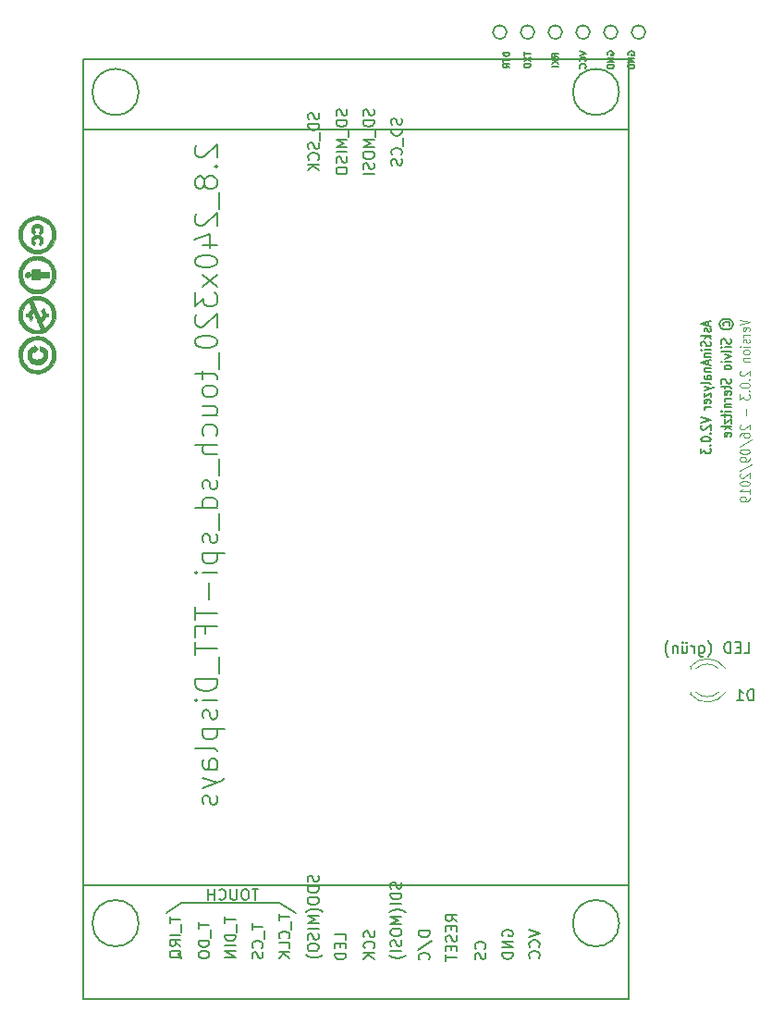
<source format=gbr>
G04 #@! TF.GenerationSoftware,KiCad,Pcbnew,(5.0.2)-1*
G04 #@! TF.CreationDate,2019-09-26T18:13:48+02:00*
G04 #@! TF.ProjectId,AskSinAnalyzer,41736b53-696e-4416-9e61-6c797a65722e,V2.0.1*
G04 #@! TF.SameCoordinates,Original*
G04 #@! TF.FileFunction,Legend,Bot*
G04 #@! TF.FilePolarity,Positive*
%FSLAX46Y46*%
G04 Gerber Fmt 4.6, Leading zero omitted, Abs format (unit mm)*
G04 Created by KiCad (PCBNEW (5.0.2)-1) date 26.09.2019 18:13:48*
%MOMM*%
%LPD*%
G01*
G04 APERTURE LIST*
%ADD10C,0.187500*%
%ADD11C,0.010000*%
%ADD12C,0.120000*%
%ADD13C,0.150000*%
G04 APERTURE END LIST*
D10*
X175410000Y-78673285D02*
X175410000Y-79030428D01*
X175667142Y-78601857D02*
X174767142Y-78851857D01*
X175667142Y-79101857D01*
X175624285Y-79316142D02*
X175667142Y-79387571D01*
X175667142Y-79530428D01*
X175624285Y-79601857D01*
X175538571Y-79637571D01*
X175495714Y-79637571D01*
X175410000Y-79601857D01*
X175367142Y-79530428D01*
X175367142Y-79423285D01*
X175324285Y-79351857D01*
X175238571Y-79316142D01*
X175195714Y-79316142D01*
X175110000Y-79351857D01*
X175067142Y-79423285D01*
X175067142Y-79530428D01*
X175110000Y-79601857D01*
X175667142Y-79959000D02*
X174767142Y-79959000D01*
X175324285Y-80030428D02*
X175667142Y-80244714D01*
X175067142Y-80244714D02*
X175410000Y-79959000D01*
X175624285Y-80530428D02*
X175667142Y-80637571D01*
X175667142Y-80816142D01*
X175624285Y-80887571D01*
X175581428Y-80923285D01*
X175495714Y-80959000D01*
X175410000Y-80959000D01*
X175324285Y-80923285D01*
X175281428Y-80887571D01*
X175238571Y-80816142D01*
X175195714Y-80673285D01*
X175152857Y-80601857D01*
X175110000Y-80566142D01*
X175024285Y-80530428D01*
X174938571Y-80530428D01*
X174852857Y-80566142D01*
X174810000Y-80601857D01*
X174767142Y-80673285D01*
X174767142Y-80851857D01*
X174810000Y-80959000D01*
X175667142Y-81280428D02*
X175067142Y-81280428D01*
X174767142Y-81280428D02*
X174810000Y-81244714D01*
X174852857Y-81280428D01*
X174810000Y-81316142D01*
X174767142Y-81280428D01*
X174852857Y-81280428D01*
X175067142Y-81637571D02*
X175667142Y-81637571D01*
X175152857Y-81637571D02*
X175110000Y-81673285D01*
X175067142Y-81744714D01*
X175067142Y-81851857D01*
X175110000Y-81923285D01*
X175195714Y-81959000D01*
X175667142Y-81959000D01*
X175410000Y-82280428D02*
X175410000Y-82637571D01*
X175667142Y-82209000D02*
X174767142Y-82459000D01*
X175667142Y-82709000D01*
X175067142Y-82959000D02*
X175667142Y-82959000D01*
X175152857Y-82959000D02*
X175110000Y-82994714D01*
X175067142Y-83066142D01*
X175067142Y-83173285D01*
X175110000Y-83244714D01*
X175195714Y-83280428D01*
X175667142Y-83280428D01*
X175667142Y-83959000D02*
X175195714Y-83959000D01*
X175110000Y-83923285D01*
X175067142Y-83851857D01*
X175067142Y-83709000D01*
X175110000Y-83637571D01*
X175624285Y-83959000D02*
X175667142Y-83887571D01*
X175667142Y-83709000D01*
X175624285Y-83637571D01*
X175538571Y-83601857D01*
X175452857Y-83601857D01*
X175367142Y-83637571D01*
X175324285Y-83709000D01*
X175324285Y-83887571D01*
X175281428Y-83959000D01*
X175667142Y-84423285D02*
X175624285Y-84351857D01*
X175538571Y-84316142D01*
X174767142Y-84316142D01*
X175067142Y-84637571D02*
X175667142Y-84816142D01*
X175067142Y-84994714D02*
X175667142Y-84816142D01*
X175881428Y-84744714D01*
X175924285Y-84709000D01*
X175967142Y-84637571D01*
X175067142Y-85209000D02*
X175067142Y-85601857D01*
X175667142Y-85209000D01*
X175667142Y-85601857D01*
X175624285Y-86173285D02*
X175667142Y-86101857D01*
X175667142Y-85959000D01*
X175624285Y-85887571D01*
X175538571Y-85851857D01*
X175195714Y-85851857D01*
X175110000Y-85887571D01*
X175067142Y-85959000D01*
X175067142Y-86101857D01*
X175110000Y-86173285D01*
X175195714Y-86209000D01*
X175281428Y-86209000D01*
X175367142Y-85851857D01*
X175667142Y-86530428D02*
X175067142Y-86530428D01*
X175238571Y-86530428D02*
X175152857Y-86566142D01*
X175110000Y-86601857D01*
X175067142Y-86673285D01*
X175067142Y-86744714D01*
X174767142Y-87459000D02*
X175667142Y-87709000D01*
X174767142Y-87959000D01*
X174852857Y-88173285D02*
X174810000Y-88209000D01*
X174767142Y-88280428D01*
X174767142Y-88459000D01*
X174810000Y-88530428D01*
X174852857Y-88566142D01*
X174938571Y-88601857D01*
X175024285Y-88601857D01*
X175152857Y-88566142D01*
X175667142Y-88137571D01*
X175667142Y-88601857D01*
X175581428Y-88923285D02*
X175624285Y-88959000D01*
X175667142Y-88923285D01*
X175624285Y-88887571D01*
X175581428Y-88923285D01*
X175667142Y-88923285D01*
X174767142Y-89423285D02*
X174767142Y-89494714D01*
X174810000Y-89566142D01*
X174852857Y-89601857D01*
X174938571Y-89637571D01*
X175110000Y-89673285D01*
X175324285Y-89673285D01*
X175495714Y-89637571D01*
X175581428Y-89601857D01*
X175624285Y-89566142D01*
X175667142Y-89494714D01*
X175667142Y-89423285D01*
X175624285Y-89351857D01*
X175581428Y-89316142D01*
X175495714Y-89280428D01*
X175324285Y-89244714D01*
X175110000Y-89244714D01*
X174938571Y-89280428D01*
X174852857Y-89316142D01*
X174810000Y-89351857D01*
X174767142Y-89423285D01*
X175581428Y-89994714D02*
X175624285Y-90030428D01*
X175667142Y-89994714D01*
X175624285Y-89959000D01*
X175581428Y-89994714D01*
X175667142Y-89994714D01*
X174767142Y-90280428D02*
X174767142Y-90744714D01*
X175110000Y-90494714D01*
X175110000Y-90601857D01*
X175152857Y-90673285D01*
X175195714Y-90709000D01*
X175281428Y-90744714D01*
X175495714Y-90744714D01*
X175581428Y-90709000D01*
X175624285Y-90673285D01*
X175667142Y-90601857D01*
X175667142Y-90387571D01*
X175624285Y-90316142D01*
X175581428Y-90280428D01*
D11*
G04 #@! TO.C,G\002A\002A\002A*
G36*
X113075308Y-81844363D02*
X113094743Y-81968736D01*
X113108792Y-82021544D01*
X113174006Y-82171063D01*
X113268563Y-82302157D01*
X113389148Y-82412217D01*
X113532448Y-82498637D01*
X113695149Y-82558809D01*
X113824532Y-82584697D01*
X114019057Y-82595333D01*
X114201956Y-82574371D01*
X114370275Y-82522530D01*
X114521058Y-82440527D01*
X114570824Y-82403482D01*
X114696547Y-82279805D01*
X114792840Y-82136681D01*
X114858361Y-81977640D01*
X114891765Y-81806212D01*
X114891707Y-81625928D01*
X114885812Y-81576415D01*
X114846154Y-81423163D01*
X114775564Y-81284860D01*
X114677694Y-81165461D01*
X114556192Y-81068923D01*
X114414708Y-80999204D01*
X114329936Y-80973780D01*
X114234686Y-80951258D01*
X114234686Y-81379106D01*
X114314210Y-81399131D01*
X114390570Y-81434072D01*
X114459018Y-81492967D01*
X114507950Y-81564673D01*
X114520173Y-81596925D01*
X114527724Y-81642307D01*
X114532632Y-81707301D01*
X114533737Y-81757130D01*
X114519345Y-81865761D01*
X114475385Y-81956356D01*
X114399688Y-82032432D01*
X114340172Y-82071414D01*
X114230279Y-82118943D01*
X114105805Y-82147592D01*
X113974310Y-82157933D01*
X113843352Y-82150537D01*
X113720491Y-82125976D01*
X113613285Y-82084821D01*
X113529295Y-82027646D01*
X113510829Y-82008687D01*
X113455196Y-81919183D01*
X113426251Y-81813025D01*
X113424874Y-81699070D01*
X113451948Y-81586172D01*
X113465594Y-81554162D01*
X113509148Y-81493418D01*
X113572585Y-81440347D01*
X113642029Y-81405426D01*
X113671879Y-81398380D01*
X113706202Y-81400827D01*
X113722675Y-81426796D01*
X113726308Y-81442931D01*
X113731149Y-81462684D01*
X113739416Y-81471118D01*
X113755468Y-81465366D01*
X113783662Y-81442559D01*
X113828359Y-81399831D01*
X113893916Y-81334314D01*
X113898665Y-81329538D01*
X114061572Y-81165700D01*
X113898665Y-81001820D01*
X113735757Y-80837939D01*
X113726686Y-80897498D01*
X113716569Y-80935850D01*
X113694103Y-80959164D01*
X113648667Y-80977222D01*
X113635971Y-80981039D01*
X113469092Y-81044688D01*
X113331530Y-81129313D01*
X113222490Y-81235646D01*
X113141177Y-81364419D01*
X113097955Y-81476014D01*
X113076637Y-81584021D01*
X113069181Y-81711464D01*
X113075308Y-81844363D01*
X113075308Y-81844363D01*
G37*
X113075308Y-81844363D02*
X113094743Y-81968736D01*
X113108792Y-82021544D01*
X113174006Y-82171063D01*
X113268563Y-82302157D01*
X113389148Y-82412217D01*
X113532448Y-82498637D01*
X113695149Y-82558809D01*
X113824532Y-82584697D01*
X114019057Y-82595333D01*
X114201956Y-82574371D01*
X114370275Y-82522530D01*
X114521058Y-82440527D01*
X114570824Y-82403482D01*
X114696547Y-82279805D01*
X114792840Y-82136681D01*
X114858361Y-81977640D01*
X114891765Y-81806212D01*
X114891707Y-81625928D01*
X114885812Y-81576415D01*
X114846154Y-81423163D01*
X114775564Y-81284860D01*
X114677694Y-81165461D01*
X114556192Y-81068923D01*
X114414708Y-80999204D01*
X114329936Y-80973780D01*
X114234686Y-80951258D01*
X114234686Y-81379106D01*
X114314210Y-81399131D01*
X114390570Y-81434072D01*
X114459018Y-81492967D01*
X114507950Y-81564673D01*
X114520173Y-81596925D01*
X114527724Y-81642307D01*
X114532632Y-81707301D01*
X114533737Y-81757130D01*
X114519345Y-81865761D01*
X114475385Y-81956356D01*
X114399688Y-82032432D01*
X114340172Y-82071414D01*
X114230279Y-82118943D01*
X114105805Y-82147592D01*
X113974310Y-82157933D01*
X113843352Y-82150537D01*
X113720491Y-82125976D01*
X113613285Y-82084821D01*
X113529295Y-82027646D01*
X113510829Y-82008687D01*
X113455196Y-81919183D01*
X113426251Y-81813025D01*
X113424874Y-81699070D01*
X113451948Y-81586172D01*
X113465594Y-81554162D01*
X113509148Y-81493418D01*
X113572585Y-81440347D01*
X113642029Y-81405426D01*
X113671879Y-81398380D01*
X113706202Y-81400827D01*
X113722675Y-81426796D01*
X113726308Y-81442931D01*
X113731149Y-81462684D01*
X113739416Y-81471118D01*
X113755468Y-81465366D01*
X113783662Y-81442559D01*
X113828359Y-81399831D01*
X113893916Y-81334314D01*
X113898665Y-81329538D01*
X114061572Y-81165700D01*
X113898665Y-81001820D01*
X113735757Y-80837939D01*
X113726686Y-80897498D01*
X113716569Y-80935850D01*
X113694103Y-80959164D01*
X113648667Y-80977222D01*
X113635971Y-80981039D01*
X113469092Y-81044688D01*
X113331530Y-81129313D01*
X113222490Y-81235646D01*
X113141177Y-81364419D01*
X113097955Y-81476014D01*
X113076637Y-81584021D01*
X113069181Y-81711464D01*
X113075308Y-81844363D01*
G36*
X112863194Y-74453871D02*
X112892999Y-74531634D01*
X112921372Y-74567867D01*
X112986939Y-74610215D01*
X113067413Y-74628780D01*
X113151891Y-74624275D01*
X113229467Y-74597413D01*
X113289236Y-74548906D01*
X113293339Y-74543545D01*
X113323428Y-74478244D01*
X113336877Y-74396437D01*
X113331444Y-74314926D01*
X113326475Y-74295234D01*
X113293622Y-74229364D01*
X113239837Y-74187104D01*
X113160936Y-74166036D01*
X113096915Y-74162557D01*
X113030092Y-74164375D01*
X112986782Y-74172424D01*
X112954289Y-74190599D01*
X112928339Y-74214256D01*
X112881075Y-74284421D01*
X112859290Y-74367879D01*
X112863194Y-74453871D01*
X112863194Y-74453871D01*
G37*
X112863194Y-74453871D02*
X112892999Y-74531634D01*
X112921372Y-74567867D01*
X112986939Y-74610215D01*
X113067413Y-74628780D01*
X113151891Y-74624275D01*
X113229467Y-74597413D01*
X113289236Y-74548906D01*
X113293339Y-74543545D01*
X113323428Y-74478244D01*
X113336877Y-74396437D01*
X113331444Y-74314926D01*
X113326475Y-74295234D01*
X113293622Y-74229364D01*
X113239837Y-74187104D01*
X113160936Y-74166036D01*
X113096915Y-74162557D01*
X113030092Y-74164375D01*
X112986782Y-74172424D01*
X112954289Y-74190599D01*
X112928339Y-74214256D01*
X112881075Y-74284421D01*
X112859290Y-74367879D01*
X112863194Y-74453871D01*
G36*
X113436735Y-74527925D02*
X113437942Y-74630139D01*
X113440325Y-74705233D01*
X113444189Y-74757789D01*
X113449837Y-74792385D01*
X113457574Y-74813604D01*
X113464910Y-74823475D01*
X113479694Y-74833327D01*
X113504800Y-74840680D01*
X113545004Y-74845874D01*
X113605081Y-74849251D01*
X113689807Y-74851153D01*
X113803959Y-74851920D01*
X113864053Y-74851985D01*
X114234686Y-74851985D01*
X114234686Y-74652414D01*
X115069257Y-74652414D01*
X115069257Y-74126271D01*
X114234686Y-74126271D01*
X114234686Y-73926700D01*
X113865569Y-73926700D01*
X113739706Y-73926959D01*
X113645127Y-73928012D01*
X113576834Y-73930277D01*
X113529829Y-73934167D01*
X113499111Y-73940098D01*
X113479683Y-73948487D01*
X113466544Y-73959748D01*
X113466426Y-73959878D01*
X113456471Y-73974941D01*
X113448949Y-73998346D01*
X113443532Y-74034810D01*
X113439895Y-74089048D01*
X113437712Y-74165779D01*
X113436656Y-74269717D01*
X113436400Y-74394011D01*
X113436735Y-74527925D01*
X113436735Y-74527925D01*
G37*
X113436735Y-74527925D02*
X113437942Y-74630139D01*
X113440325Y-74705233D01*
X113444189Y-74757789D01*
X113449837Y-74792385D01*
X113457574Y-74813604D01*
X113464910Y-74823475D01*
X113479694Y-74833327D01*
X113504800Y-74840680D01*
X113545004Y-74845874D01*
X113605081Y-74849251D01*
X113689807Y-74851153D01*
X113803959Y-74851920D01*
X113864053Y-74851985D01*
X114234686Y-74851985D01*
X114234686Y-74652414D01*
X115069257Y-74652414D01*
X115069257Y-74126271D01*
X114234686Y-74126271D01*
X114234686Y-73926700D01*
X113865569Y-73926700D01*
X113739706Y-73926959D01*
X113645127Y-73928012D01*
X113576834Y-73930277D01*
X113529829Y-73934167D01*
X113499111Y-73940098D01*
X113479683Y-73948487D01*
X113466544Y-73959748D01*
X113466426Y-73959878D01*
X113456471Y-73974941D01*
X113448949Y-73998346D01*
X113443532Y-74034810D01*
X113439895Y-74089048D01*
X113437712Y-74165779D01*
X113436656Y-74269717D01*
X113436400Y-74394011D01*
X113436735Y-74527925D01*
G36*
X113438604Y-71287562D02*
X113453154Y-71394150D01*
X113480407Y-71485776D01*
X113496749Y-71519031D01*
X113534577Y-71573585D01*
X113579234Y-71623712D01*
X113623307Y-71662619D01*
X113659381Y-71683516D01*
X113676337Y-71683535D01*
X113691741Y-71663569D01*
X113717070Y-71620699D01*
X113743170Y-71571342D01*
X113795129Y-71468343D01*
X113750747Y-71434924D01*
X113712034Y-71394886D01*
X113678673Y-71343364D01*
X113677179Y-71340303D01*
X113659770Y-71265201D01*
X113673113Y-71189606D01*
X113713868Y-71124834D01*
X113749156Y-71096435D01*
X113836961Y-71060496D01*
X113936952Y-71047109D01*
X114038332Y-71055406D01*
X114130302Y-71084518D01*
X114201267Y-71132775D01*
X114233369Y-71171300D01*
X114248681Y-71212732D01*
X114252813Y-71272967D01*
X114252829Y-71278840D01*
X114249964Y-71338673D01*
X114236648Y-71379187D01*
X114205800Y-71417194D01*
X114186782Y-71435634D01*
X114120735Y-71497924D01*
X114163226Y-71588646D01*
X114189296Y-71640510D01*
X114211165Y-71677432D01*
X114220524Y-71688517D01*
X114246189Y-71684919D01*
X114285655Y-71658268D01*
X114331928Y-71615247D01*
X114378016Y-71562539D01*
X114416924Y-71506828D01*
X114424514Y-71493574D01*
X114464578Y-71388654D01*
X114483638Y-71267912D01*
X114480433Y-71145970D01*
X114461893Y-71060128D01*
X114407684Y-70950160D01*
X114323330Y-70859055D01*
X114221649Y-70794322D01*
X114163317Y-70768430D01*
X114110376Y-70753155D01*
X114049203Y-70745866D01*
X113966176Y-70743928D01*
X113960934Y-70743924D01*
X113878201Y-70745445D01*
X113818221Y-70751848D01*
X113767527Y-70765894D01*
X113712647Y-70790346D01*
X113697701Y-70797893D01*
X113593619Y-70868304D01*
X113512183Y-70958832D01*
X113459476Y-71062377D01*
X113453040Y-71083570D01*
X113438114Y-71179530D01*
X113438604Y-71287562D01*
X113438604Y-71287562D01*
G37*
X113438604Y-71287562D02*
X113453154Y-71394150D01*
X113480407Y-71485776D01*
X113496749Y-71519031D01*
X113534577Y-71573585D01*
X113579234Y-71623712D01*
X113623307Y-71662619D01*
X113659381Y-71683516D01*
X113676337Y-71683535D01*
X113691741Y-71663569D01*
X113717070Y-71620699D01*
X113743170Y-71571342D01*
X113795129Y-71468343D01*
X113750747Y-71434924D01*
X113712034Y-71394886D01*
X113678673Y-71343364D01*
X113677179Y-71340303D01*
X113659770Y-71265201D01*
X113673113Y-71189606D01*
X113713868Y-71124834D01*
X113749156Y-71096435D01*
X113836961Y-71060496D01*
X113936952Y-71047109D01*
X114038332Y-71055406D01*
X114130302Y-71084518D01*
X114201267Y-71132775D01*
X114233369Y-71171300D01*
X114248681Y-71212732D01*
X114252813Y-71272967D01*
X114252829Y-71278840D01*
X114249964Y-71338673D01*
X114236648Y-71379187D01*
X114205800Y-71417194D01*
X114186782Y-71435634D01*
X114120735Y-71497924D01*
X114163226Y-71588646D01*
X114189296Y-71640510D01*
X114211165Y-71677432D01*
X114220524Y-71688517D01*
X114246189Y-71684919D01*
X114285655Y-71658268D01*
X114331928Y-71615247D01*
X114378016Y-71562539D01*
X114416924Y-71506828D01*
X114424514Y-71493574D01*
X114464578Y-71388654D01*
X114483638Y-71267912D01*
X114480433Y-71145970D01*
X114461893Y-71060128D01*
X114407684Y-70950160D01*
X114323330Y-70859055D01*
X114221649Y-70794322D01*
X114163317Y-70768430D01*
X114110376Y-70753155D01*
X114049203Y-70745866D01*
X113966176Y-70743928D01*
X113960934Y-70743924D01*
X113878201Y-70745445D01*
X113818221Y-70751848D01*
X113767527Y-70765894D01*
X113712647Y-70790346D01*
X113697701Y-70797893D01*
X113593619Y-70868304D01*
X113512183Y-70958832D01*
X113459476Y-71062377D01*
X113453040Y-71083570D01*
X113438114Y-71179530D01*
X113438604Y-71287562D01*
G36*
X113443961Y-70368747D02*
X113461561Y-70455254D01*
X113464365Y-70463669D01*
X113488433Y-70512165D01*
X113526197Y-70567869D01*
X113570457Y-70622292D01*
X113614010Y-70666949D01*
X113649654Y-70693352D01*
X113662427Y-70697056D01*
X113680074Y-70682180D01*
X113708124Y-70643399D01*
X113740312Y-70589448D01*
X113799296Y-70482055D01*
X113745303Y-70443609D01*
X113690317Y-70383865D01*
X113664161Y-70308700D01*
X113669580Y-70227919D01*
X113678039Y-70203417D01*
X113716086Y-70140612D01*
X113772123Y-70098899D01*
X113852457Y-70074640D01*
X113914565Y-70066980D01*
X114030567Y-70067592D01*
X114121482Y-70091093D01*
X114191326Y-70138699D01*
X114206878Y-70155589D01*
X114242508Y-70221078D01*
X114253761Y-70295787D01*
X114241938Y-70369116D01*
X114208342Y-70430466D01*
X114169182Y-70462487D01*
X114139072Y-70483976D01*
X114128765Y-70510813D01*
X114138642Y-70550582D01*
X114169086Y-70610867D01*
X114177415Y-70625596D01*
X114229002Y-70715920D01*
X114314245Y-70640886D01*
X114397243Y-70553729D01*
X114449628Y-70461286D01*
X114476357Y-70353138D01*
X114481688Y-70289057D01*
X114482434Y-70215895D01*
X114479065Y-70149656D01*
X114472899Y-70107628D01*
X114425418Y-69994471D01*
X114349086Y-69896517D01*
X114250446Y-69820983D01*
X114184852Y-69790012D01*
X114062326Y-69760320D01*
X113927903Y-69754647D01*
X113796853Y-69772952D01*
X113737205Y-69791145D01*
X113648358Y-69838803D01*
X113565720Y-69908769D01*
X113499038Y-69991095D01*
X113458059Y-70075833D01*
X113457968Y-70076136D01*
X113441894Y-70162849D01*
X113437315Y-70265832D01*
X113443961Y-70368747D01*
X113443961Y-70368747D01*
G37*
X113443961Y-70368747D02*
X113461561Y-70455254D01*
X113464365Y-70463669D01*
X113488433Y-70512165D01*
X113526197Y-70567869D01*
X113570457Y-70622292D01*
X113614010Y-70666949D01*
X113649654Y-70693352D01*
X113662427Y-70697056D01*
X113680074Y-70682180D01*
X113708124Y-70643399D01*
X113740312Y-70589448D01*
X113799296Y-70482055D01*
X113745303Y-70443609D01*
X113690317Y-70383865D01*
X113664161Y-70308700D01*
X113669580Y-70227919D01*
X113678039Y-70203417D01*
X113716086Y-70140612D01*
X113772123Y-70098899D01*
X113852457Y-70074640D01*
X113914565Y-70066980D01*
X114030567Y-70067592D01*
X114121482Y-70091093D01*
X114191326Y-70138699D01*
X114206878Y-70155589D01*
X114242508Y-70221078D01*
X114253761Y-70295787D01*
X114241938Y-70369116D01*
X114208342Y-70430466D01*
X114169182Y-70462487D01*
X114139072Y-70483976D01*
X114128765Y-70510813D01*
X114138642Y-70550582D01*
X114169086Y-70610867D01*
X114177415Y-70625596D01*
X114229002Y-70715920D01*
X114314245Y-70640886D01*
X114397243Y-70553729D01*
X114449628Y-70461286D01*
X114476357Y-70353138D01*
X114481688Y-70289057D01*
X114482434Y-70215895D01*
X114479065Y-70149656D01*
X114472899Y-70107628D01*
X114425418Y-69994471D01*
X114349086Y-69896517D01*
X114250446Y-69820983D01*
X114184852Y-69790012D01*
X114062326Y-69760320D01*
X113927903Y-69754647D01*
X113796853Y-69772952D01*
X113737205Y-69791145D01*
X113648358Y-69838803D01*
X113565720Y-69908769D01*
X113499038Y-69991095D01*
X113458059Y-70075833D01*
X113457968Y-70076136D01*
X113441894Y-70162849D01*
X113437315Y-70265832D01*
X113443961Y-70368747D01*
G36*
X112266465Y-81883542D02*
X112305910Y-82128689D01*
X112342491Y-82263343D01*
X112429462Y-82481962D01*
X112548716Y-82687307D01*
X112697623Y-82875996D01*
X112873556Y-83044645D01*
X113051407Y-83175583D01*
X113252805Y-83284621D01*
X113469526Y-83363469D01*
X113696817Y-83412161D01*
X113929921Y-83430729D01*
X114164082Y-83419208D01*
X114394544Y-83377631D01*
X114616553Y-83306030D01*
X114825351Y-83204440D01*
X114893098Y-83162676D01*
X115073968Y-83023865D01*
X115237709Y-82857086D01*
X115380125Y-82668271D01*
X115497015Y-82463355D01*
X115584182Y-82248273D01*
X115614153Y-82143482D01*
X115644978Y-81975854D01*
X115660124Y-81794477D01*
X115659279Y-81612961D01*
X115642133Y-81444917D01*
X115631412Y-81388040D01*
X115565611Y-81154187D01*
X115473422Y-80941788D01*
X115352044Y-80745881D01*
X115198678Y-80561506D01*
X115120454Y-80482865D01*
X114930078Y-80324435D01*
X114724831Y-80199068D01*
X114505279Y-80106991D01*
X114271989Y-80048430D01*
X114025530Y-80023611D01*
X113966640Y-80022700D01*
X113952353Y-80023535D01*
X113952353Y-80333954D01*
X114091254Y-80337458D01*
X114215071Y-80351420D01*
X114245755Y-80357359D01*
X114449050Y-80419345D01*
X114639755Y-80512613D01*
X114814600Y-80633597D01*
X114970318Y-80778733D01*
X115103641Y-80944455D01*
X115211300Y-81127198D01*
X115290026Y-81323398D01*
X115336553Y-81529489D01*
X115339272Y-81550199D01*
X115348079Y-81708050D01*
X115339619Y-81877478D01*
X115315151Y-82038903D01*
X115305151Y-82081771D01*
X115239799Y-82269578D01*
X115143382Y-82452322D01*
X115021079Y-82623135D01*
X114878065Y-82775149D01*
X114719517Y-82901494D01*
X114658139Y-82940252D01*
X114478059Y-83026262D01*
X114280049Y-83085516D01*
X114071745Y-83117011D01*
X113860781Y-83119743D01*
X113654790Y-83092707D01*
X113598656Y-83079566D01*
X113408823Y-83012593D01*
X113226992Y-82914034D01*
X113058802Y-82788516D01*
X112909893Y-82640660D01*
X112785904Y-82475092D01*
X112721373Y-82360219D01*
X112661644Y-82229985D01*
X112620140Y-82115160D01*
X112593964Y-82003143D01*
X112580217Y-81881332D01*
X112576000Y-81737124D01*
X112575987Y-81728128D01*
X112583208Y-81551495D01*
X112606823Y-81396948D01*
X112649580Y-81252951D01*
X112714227Y-81107969D01*
X112731558Y-81074985D01*
X112847979Y-80895517D01*
X112993106Y-80732749D01*
X113161462Y-80591205D01*
X113347572Y-80475408D01*
X113545959Y-80389880D01*
X113570962Y-80381665D01*
X113679626Y-80356511D01*
X113810951Y-80340456D01*
X113952353Y-80333954D01*
X113952353Y-80023535D01*
X113721968Y-80037002D01*
X113495769Y-80080955D01*
X113283534Y-80156130D01*
X113080755Y-80264096D01*
X112896596Y-80395397D01*
X112715735Y-80562483D01*
X112563666Y-80749758D01*
X112441281Y-80954212D01*
X112349475Y-81172829D01*
X112289141Y-81402599D01*
X112261173Y-81640507D01*
X112266465Y-81883542D01*
X112266465Y-81883542D01*
G37*
X112266465Y-81883542D02*
X112305910Y-82128689D01*
X112342491Y-82263343D01*
X112429462Y-82481962D01*
X112548716Y-82687307D01*
X112697623Y-82875996D01*
X112873556Y-83044645D01*
X113051407Y-83175583D01*
X113252805Y-83284621D01*
X113469526Y-83363469D01*
X113696817Y-83412161D01*
X113929921Y-83430729D01*
X114164082Y-83419208D01*
X114394544Y-83377631D01*
X114616553Y-83306030D01*
X114825351Y-83204440D01*
X114893098Y-83162676D01*
X115073968Y-83023865D01*
X115237709Y-82857086D01*
X115380125Y-82668271D01*
X115497015Y-82463355D01*
X115584182Y-82248273D01*
X115614153Y-82143482D01*
X115644978Y-81975854D01*
X115660124Y-81794477D01*
X115659279Y-81612961D01*
X115642133Y-81444917D01*
X115631412Y-81388040D01*
X115565611Y-81154187D01*
X115473422Y-80941788D01*
X115352044Y-80745881D01*
X115198678Y-80561506D01*
X115120454Y-80482865D01*
X114930078Y-80324435D01*
X114724831Y-80199068D01*
X114505279Y-80106991D01*
X114271989Y-80048430D01*
X114025530Y-80023611D01*
X113966640Y-80022700D01*
X113952353Y-80023535D01*
X113952353Y-80333954D01*
X114091254Y-80337458D01*
X114215071Y-80351420D01*
X114245755Y-80357359D01*
X114449050Y-80419345D01*
X114639755Y-80512613D01*
X114814600Y-80633597D01*
X114970318Y-80778733D01*
X115103641Y-80944455D01*
X115211300Y-81127198D01*
X115290026Y-81323398D01*
X115336553Y-81529489D01*
X115339272Y-81550199D01*
X115348079Y-81708050D01*
X115339619Y-81877478D01*
X115315151Y-82038903D01*
X115305151Y-82081771D01*
X115239799Y-82269578D01*
X115143382Y-82452322D01*
X115021079Y-82623135D01*
X114878065Y-82775149D01*
X114719517Y-82901494D01*
X114658139Y-82940252D01*
X114478059Y-83026262D01*
X114280049Y-83085516D01*
X114071745Y-83117011D01*
X113860781Y-83119743D01*
X113654790Y-83092707D01*
X113598656Y-83079566D01*
X113408823Y-83012593D01*
X113226992Y-82914034D01*
X113058802Y-82788516D01*
X112909893Y-82640660D01*
X112785904Y-82475092D01*
X112721373Y-82360219D01*
X112661644Y-82229985D01*
X112620140Y-82115160D01*
X112593964Y-82003143D01*
X112580217Y-81881332D01*
X112576000Y-81737124D01*
X112575987Y-81728128D01*
X112583208Y-81551495D01*
X112606823Y-81396948D01*
X112649580Y-81252951D01*
X112714227Y-81107969D01*
X112731558Y-81074985D01*
X112847979Y-80895517D01*
X112993106Y-80732749D01*
X113161462Y-80591205D01*
X113347572Y-80475408D01*
X113545959Y-80389880D01*
X113570962Y-80381665D01*
X113679626Y-80356511D01*
X113810951Y-80340456D01*
X113952353Y-80333954D01*
X113952353Y-80023535D01*
X113721968Y-80037002D01*
X113495769Y-80080955D01*
X113283534Y-80156130D01*
X113080755Y-80264096D01*
X112896596Y-80395397D01*
X112715735Y-80562483D01*
X112563666Y-80749758D01*
X112441281Y-80954212D01*
X112349475Y-81172829D01*
X112289141Y-81402599D01*
X112261173Y-81640507D01*
X112266465Y-81883542D01*
G36*
X112266448Y-78217197D02*
X112303557Y-78452664D01*
X112370443Y-78678941D01*
X112466412Y-78890538D01*
X112528155Y-78993826D01*
X112679203Y-79192799D01*
X112853631Y-79365177D01*
X113049074Y-79509265D01*
X113263167Y-79623370D01*
X113493545Y-79705797D01*
X113538417Y-79717602D01*
X113681581Y-79743528D01*
X113846054Y-79757551D01*
X114019042Y-79759666D01*
X114187750Y-79749870D01*
X114339384Y-79728155D01*
X114385296Y-79717928D01*
X114605414Y-79647723D01*
X114805550Y-79550418D01*
X114990702Y-79423084D01*
X115165868Y-79262796D01*
X115170352Y-79258144D01*
X115315549Y-79091878D01*
X115430651Y-78924565D01*
X115521049Y-78747583D01*
X115571276Y-78616976D01*
X115631926Y-78387711D01*
X115661656Y-78150641D01*
X115659779Y-77914438D01*
X115639400Y-77754843D01*
X115580781Y-77529531D01*
X115489950Y-77313507D01*
X115370174Y-77110524D01*
X115224721Y-76924331D01*
X115056858Y-76758680D01*
X114869853Y-76617322D01*
X114666974Y-76504008D01*
X114488686Y-76433883D01*
X114373510Y-76400158D01*
X114267730Y-76377460D01*
X114160205Y-76364473D01*
X114039790Y-76359883D01*
X113957053Y-76361309D01*
X113957053Y-76666586D01*
X114133428Y-76675132D01*
X114289811Y-76702028D01*
X114439043Y-76750178D01*
X114552186Y-76801079D01*
X114750505Y-76918447D01*
X114922145Y-77060331D01*
X115067799Y-77227426D01*
X115188161Y-77420426D01*
X115207054Y-77457685D01*
X115258319Y-77569304D01*
X115294844Y-77669325D01*
X115318590Y-77767793D01*
X115331515Y-77874752D01*
X115335582Y-78000248D01*
X115334101Y-78108628D01*
X115329862Y-78224483D01*
X115323273Y-78313121D01*
X115313194Y-78383589D01*
X115298487Y-78444936D01*
X115287297Y-78480165D01*
X115222443Y-78645152D01*
X115146001Y-78788314D01*
X115050662Y-78921374D01*
X114929117Y-79056052D01*
X114926505Y-79058705D01*
X114845068Y-79137037D01*
X114771068Y-79200161D01*
X114708615Y-79245132D01*
X114661821Y-79269007D01*
X114634796Y-79268842D01*
X114634019Y-79268131D01*
X114622132Y-79247410D01*
X114598944Y-79200157D01*
X114567412Y-79132982D01*
X114530497Y-79052492D01*
X114491158Y-78965295D01*
X114452355Y-78878000D01*
X114417046Y-78797216D01*
X114388192Y-78729549D01*
X114368752Y-78681609D01*
X114361686Y-78660047D01*
X114376931Y-78646163D01*
X114414126Y-78629158D01*
X114419035Y-78627400D01*
X114517638Y-78574569D01*
X114603017Y-78492108D01*
X114670575Y-78385631D01*
X114714175Y-78266908D01*
X114736094Y-78181200D01*
X114861854Y-78179076D01*
X114987614Y-78176953D01*
X114987614Y-77981628D01*
X114729060Y-77971058D01*
X114716989Y-77864366D01*
X114695840Y-77769375D01*
X114656214Y-77664610D01*
X114605083Y-77566161D01*
X114559997Y-77502066D01*
X114522861Y-77457931D01*
X114402241Y-77578551D01*
X114281622Y-77699171D01*
X114320767Y-77740840D01*
X114371220Y-77812544D01*
X114408662Y-77901133D01*
X114431479Y-77996997D01*
X114438057Y-78090526D01*
X114426782Y-78172108D01*
X114402029Y-78224783D01*
X114373461Y-78254472D01*
X114337167Y-78268406D01*
X114279137Y-78271914D01*
X114278120Y-78271914D01*
X114223530Y-78269809D01*
X114191913Y-78258840D01*
X114170005Y-78232023D01*
X114157502Y-78208414D01*
X114133046Y-78157555D01*
X114098305Y-78082245D01*
X114055054Y-77986573D01*
X114005070Y-77874626D01*
X113950128Y-77750493D01*
X113892003Y-77618260D01*
X113832471Y-77482015D01*
X113773307Y-77345845D01*
X113716287Y-77213840D01*
X113663187Y-77090085D01*
X113615782Y-76978669D01*
X113575848Y-76883680D01*
X113545160Y-76809205D01*
X113525494Y-76759331D01*
X113518625Y-76738146D01*
X113518700Y-76737779D01*
X113544729Y-76722294D01*
X113599086Y-76706546D01*
X113673842Y-76691823D01*
X113761075Y-76679412D01*
X113852856Y-76670599D01*
X113941261Y-76666674D01*
X113957053Y-76666586D01*
X113957053Y-76361309D01*
X113895344Y-76362373D01*
X113885768Y-76362716D01*
X113656314Y-76382745D01*
X113449414Y-76426687D01*
X113258379Y-76496969D01*
X113189602Y-76534429D01*
X113189602Y-76902330D01*
X113206331Y-76917866D01*
X113231015Y-76958422D01*
X113258332Y-77015244D01*
X113258539Y-77015722D01*
X113286198Y-77079191D01*
X113323391Y-77163829D01*
X113364852Y-77257676D01*
X113398320Y-77333074D01*
X113489176Y-77537234D01*
X113417187Y-77573960D01*
X113329138Y-77639179D01*
X113259384Y-77735488D01*
X113208178Y-77862496D01*
X113192755Y-77922664D01*
X113185155Y-77948779D01*
X113171100Y-77963697D01*
X113141947Y-77970550D01*
X113089057Y-77972469D01*
X113055054Y-77972557D01*
X112928400Y-77972557D01*
X112928400Y-78172128D01*
X113180756Y-78172128D01*
X113191908Y-78240164D01*
X113211062Y-78322814D01*
X113240424Y-78411144D01*
X113274934Y-78492014D01*
X113309533Y-78552284D01*
X113314697Y-78559085D01*
X113354757Y-78609083D01*
X113570863Y-78390321D01*
X113529117Y-78304396D01*
X113494582Y-78211713D01*
X113478411Y-78119175D01*
X113479888Y-78033622D01*
X113498296Y-77961895D01*
X113532919Y-77910834D01*
X113572604Y-77889260D01*
X113613464Y-77885620D01*
X113636373Y-77893150D01*
X113647179Y-77912920D01*
X113670667Y-77961775D01*
X113705010Y-78035603D01*
X113748376Y-78130296D01*
X113798938Y-78241746D01*
X113854864Y-78365842D01*
X113914327Y-78498475D01*
X113975496Y-78635537D01*
X114036542Y-78772918D01*
X114095636Y-78906509D01*
X114150947Y-79032201D01*
X114200648Y-79145884D01*
X114242908Y-79243450D01*
X114275898Y-79320789D01*
X114297788Y-79373791D01*
X114306749Y-79398349D01*
X114306869Y-79399192D01*
X114291583Y-79417442D01*
X114257364Y-79430529D01*
X114095135Y-79452711D01*
X113916493Y-79455227D01*
X113734988Y-79438874D01*
X113564170Y-79404453D01*
X113502469Y-79386003D01*
X113329602Y-79311041D01*
X113162190Y-79205272D01*
X113006028Y-79074173D01*
X112866912Y-78923222D01*
X112750638Y-78757895D01*
X112669093Y-78598448D01*
X112603372Y-78396492D01*
X112570300Y-78185243D01*
X112569422Y-77970263D01*
X112600281Y-77757115D01*
X112662422Y-77551361D01*
X112755389Y-77358566D01*
X112773088Y-77329301D01*
X112812376Y-77273657D01*
X112866020Y-77207694D01*
X112928670Y-77136894D01*
X112994976Y-77066744D01*
X113059587Y-77002728D01*
X113117154Y-76950331D01*
X113162325Y-76915038D01*
X113189602Y-76902330D01*
X113189602Y-76534429D01*
X113076523Y-76596019D01*
X112907702Y-76717743D01*
X112746992Y-76864439D01*
X112602784Y-77030983D01*
X112480339Y-77210018D01*
X112384917Y-77394189D01*
X112340719Y-77510546D01*
X112284336Y-77740649D01*
X112259810Y-77978029D01*
X112266448Y-78217197D01*
X112266448Y-78217197D01*
G37*
X112266448Y-78217197D02*
X112303557Y-78452664D01*
X112370443Y-78678941D01*
X112466412Y-78890538D01*
X112528155Y-78993826D01*
X112679203Y-79192799D01*
X112853631Y-79365177D01*
X113049074Y-79509265D01*
X113263167Y-79623370D01*
X113493545Y-79705797D01*
X113538417Y-79717602D01*
X113681581Y-79743528D01*
X113846054Y-79757551D01*
X114019042Y-79759666D01*
X114187750Y-79749870D01*
X114339384Y-79728155D01*
X114385296Y-79717928D01*
X114605414Y-79647723D01*
X114805550Y-79550418D01*
X114990702Y-79423084D01*
X115165868Y-79262796D01*
X115170352Y-79258144D01*
X115315549Y-79091878D01*
X115430651Y-78924565D01*
X115521049Y-78747583D01*
X115571276Y-78616976D01*
X115631926Y-78387711D01*
X115661656Y-78150641D01*
X115659779Y-77914438D01*
X115639400Y-77754843D01*
X115580781Y-77529531D01*
X115489950Y-77313507D01*
X115370174Y-77110524D01*
X115224721Y-76924331D01*
X115056858Y-76758680D01*
X114869853Y-76617322D01*
X114666974Y-76504008D01*
X114488686Y-76433883D01*
X114373510Y-76400158D01*
X114267730Y-76377460D01*
X114160205Y-76364473D01*
X114039790Y-76359883D01*
X113957053Y-76361309D01*
X113957053Y-76666586D01*
X114133428Y-76675132D01*
X114289811Y-76702028D01*
X114439043Y-76750178D01*
X114552186Y-76801079D01*
X114750505Y-76918447D01*
X114922145Y-77060331D01*
X115067799Y-77227426D01*
X115188161Y-77420426D01*
X115207054Y-77457685D01*
X115258319Y-77569304D01*
X115294844Y-77669325D01*
X115318590Y-77767793D01*
X115331515Y-77874752D01*
X115335582Y-78000248D01*
X115334101Y-78108628D01*
X115329862Y-78224483D01*
X115323273Y-78313121D01*
X115313194Y-78383589D01*
X115298487Y-78444936D01*
X115287297Y-78480165D01*
X115222443Y-78645152D01*
X115146001Y-78788314D01*
X115050662Y-78921374D01*
X114929117Y-79056052D01*
X114926505Y-79058705D01*
X114845068Y-79137037D01*
X114771068Y-79200161D01*
X114708615Y-79245132D01*
X114661821Y-79269007D01*
X114634796Y-79268842D01*
X114634019Y-79268131D01*
X114622132Y-79247410D01*
X114598944Y-79200157D01*
X114567412Y-79132982D01*
X114530497Y-79052492D01*
X114491158Y-78965295D01*
X114452355Y-78878000D01*
X114417046Y-78797216D01*
X114388192Y-78729549D01*
X114368752Y-78681609D01*
X114361686Y-78660047D01*
X114376931Y-78646163D01*
X114414126Y-78629158D01*
X114419035Y-78627400D01*
X114517638Y-78574569D01*
X114603017Y-78492108D01*
X114670575Y-78385631D01*
X114714175Y-78266908D01*
X114736094Y-78181200D01*
X114861854Y-78179076D01*
X114987614Y-78176953D01*
X114987614Y-77981628D01*
X114729060Y-77971058D01*
X114716989Y-77864366D01*
X114695840Y-77769375D01*
X114656214Y-77664610D01*
X114605083Y-77566161D01*
X114559997Y-77502066D01*
X114522861Y-77457931D01*
X114402241Y-77578551D01*
X114281622Y-77699171D01*
X114320767Y-77740840D01*
X114371220Y-77812544D01*
X114408662Y-77901133D01*
X114431479Y-77996997D01*
X114438057Y-78090526D01*
X114426782Y-78172108D01*
X114402029Y-78224783D01*
X114373461Y-78254472D01*
X114337167Y-78268406D01*
X114279137Y-78271914D01*
X114278120Y-78271914D01*
X114223530Y-78269809D01*
X114191913Y-78258840D01*
X114170005Y-78232023D01*
X114157502Y-78208414D01*
X114133046Y-78157555D01*
X114098305Y-78082245D01*
X114055054Y-77986573D01*
X114005070Y-77874626D01*
X113950128Y-77750493D01*
X113892003Y-77618260D01*
X113832471Y-77482015D01*
X113773307Y-77345845D01*
X113716287Y-77213840D01*
X113663187Y-77090085D01*
X113615782Y-76978669D01*
X113575848Y-76883680D01*
X113545160Y-76809205D01*
X113525494Y-76759331D01*
X113518625Y-76738146D01*
X113518700Y-76737779D01*
X113544729Y-76722294D01*
X113599086Y-76706546D01*
X113673842Y-76691823D01*
X113761075Y-76679412D01*
X113852856Y-76670599D01*
X113941261Y-76666674D01*
X113957053Y-76666586D01*
X113957053Y-76361309D01*
X113895344Y-76362373D01*
X113885768Y-76362716D01*
X113656314Y-76382745D01*
X113449414Y-76426687D01*
X113258379Y-76496969D01*
X113189602Y-76534429D01*
X113189602Y-76902330D01*
X113206331Y-76917866D01*
X113231015Y-76958422D01*
X113258332Y-77015244D01*
X113258539Y-77015722D01*
X113286198Y-77079191D01*
X113323391Y-77163829D01*
X113364852Y-77257676D01*
X113398320Y-77333074D01*
X113489176Y-77537234D01*
X113417187Y-77573960D01*
X113329138Y-77639179D01*
X113259384Y-77735488D01*
X113208178Y-77862496D01*
X113192755Y-77922664D01*
X113185155Y-77948779D01*
X113171100Y-77963697D01*
X113141947Y-77970550D01*
X113089057Y-77972469D01*
X113055054Y-77972557D01*
X112928400Y-77972557D01*
X112928400Y-78172128D01*
X113180756Y-78172128D01*
X113191908Y-78240164D01*
X113211062Y-78322814D01*
X113240424Y-78411144D01*
X113274934Y-78492014D01*
X113309533Y-78552284D01*
X113314697Y-78559085D01*
X113354757Y-78609083D01*
X113570863Y-78390321D01*
X113529117Y-78304396D01*
X113494582Y-78211713D01*
X113478411Y-78119175D01*
X113479888Y-78033622D01*
X113498296Y-77961895D01*
X113532919Y-77910834D01*
X113572604Y-77889260D01*
X113613464Y-77885620D01*
X113636373Y-77893150D01*
X113647179Y-77912920D01*
X113670667Y-77961775D01*
X113705010Y-78035603D01*
X113748376Y-78130296D01*
X113798938Y-78241746D01*
X113854864Y-78365842D01*
X113914327Y-78498475D01*
X113975496Y-78635537D01*
X114036542Y-78772918D01*
X114095636Y-78906509D01*
X114150947Y-79032201D01*
X114200648Y-79145884D01*
X114242908Y-79243450D01*
X114275898Y-79320789D01*
X114297788Y-79373791D01*
X114306749Y-79398349D01*
X114306869Y-79399192D01*
X114291583Y-79417442D01*
X114257364Y-79430529D01*
X114095135Y-79452711D01*
X113916493Y-79455227D01*
X113734988Y-79438874D01*
X113564170Y-79404453D01*
X113502469Y-79386003D01*
X113329602Y-79311041D01*
X113162190Y-79205272D01*
X113006028Y-79074173D01*
X112866912Y-78923222D01*
X112750638Y-78757895D01*
X112669093Y-78598448D01*
X112603372Y-78396492D01*
X112570300Y-78185243D01*
X112569422Y-77970263D01*
X112600281Y-77757115D01*
X112662422Y-77551361D01*
X112755389Y-77358566D01*
X112773088Y-77329301D01*
X112812376Y-77273657D01*
X112866020Y-77207694D01*
X112928670Y-77136894D01*
X112994976Y-77066744D01*
X113059587Y-77002728D01*
X113117154Y-76950331D01*
X113162325Y-76915038D01*
X113189602Y-76902330D01*
X113189602Y-76534429D01*
X113076523Y-76596019D01*
X112907702Y-76717743D01*
X112746992Y-76864439D01*
X112602784Y-77030983D01*
X112480339Y-77210018D01*
X112384917Y-77394189D01*
X112340719Y-77510546D01*
X112284336Y-77740649D01*
X112259810Y-77978029D01*
X112266448Y-78217197D01*
G36*
X112268140Y-74576557D02*
X112306654Y-74809621D01*
X112375586Y-75032931D01*
X112466176Y-75225867D01*
X112601959Y-75432962D01*
X112763307Y-75616330D01*
X112947313Y-75773730D01*
X113151071Y-75902926D01*
X113371673Y-76001676D01*
X113539790Y-76052788D01*
X113680081Y-76078019D01*
X113841920Y-76091847D01*
X114012610Y-76094265D01*
X114179457Y-76085268D01*
X114329762Y-76064851D01*
X114383625Y-76053185D01*
X114606920Y-75981829D01*
X114810700Y-75881960D01*
X114999105Y-75751177D01*
X115162000Y-75601920D01*
X115328706Y-75406496D01*
X115462326Y-75196916D01*
X115563942Y-74971243D01*
X115623617Y-74774978D01*
X115641602Y-74674123D01*
X115653635Y-74549920D01*
X115659397Y-74414866D01*
X115658570Y-74281459D01*
X115650836Y-74162195D01*
X115640988Y-74093015D01*
X115581728Y-73861569D01*
X115495466Y-73649946D01*
X115379649Y-73453491D01*
X115231721Y-73267553D01*
X115130164Y-73162656D01*
X114945906Y-73004414D01*
X114753322Y-72879830D01*
X114548141Y-72786503D01*
X114360689Y-72729969D01*
X114251127Y-72710783D01*
X114118281Y-72698383D01*
X113974075Y-72692946D01*
X113967007Y-72693029D01*
X113967007Y-73001533D01*
X114123055Y-73008485D01*
X114263829Y-73029572D01*
X114288813Y-73035459D01*
X114493293Y-73105496D01*
X114686130Y-73207877D01*
X114862167Y-73339246D01*
X115016246Y-73496244D01*
X115038466Y-73523454D01*
X115122198Y-73634994D01*
X115185564Y-73736113D01*
X115235842Y-73839887D01*
X115279099Y-73955768D01*
X115329373Y-74159710D01*
X115348520Y-74374015D01*
X115336255Y-74589931D01*
X115305151Y-74752057D01*
X115239196Y-74941239D01*
X115142056Y-75123661D01*
X115018571Y-75293441D01*
X114873584Y-75444697D01*
X114711936Y-75571547D01*
X114558803Y-75658763D01*
X114434354Y-75712338D01*
X114318959Y-75749118D01*
X114200470Y-75771665D01*
X114066742Y-75782541D01*
X113962543Y-75784575D01*
X113817501Y-75781207D01*
X113695494Y-75768454D01*
X113583853Y-75743399D01*
X113469909Y-75703128D01*
X113340992Y-75644725D01*
X113328753Y-75638740D01*
X113250567Y-75598367D01*
X113186333Y-75559259D01*
X113126507Y-75514252D01*
X113061543Y-75456183D01*
X112984039Y-75380046D01*
X112894368Y-75286058D01*
X112826351Y-75205010D01*
X112772849Y-75127757D01*
X112734606Y-75060450D01*
X112645540Y-74852482D01*
X112590386Y-74636069D01*
X112569444Y-74415266D01*
X112583011Y-74194123D01*
X112631387Y-73976693D01*
X112650382Y-73919355D01*
X112733850Y-73736141D01*
X112848350Y-73562947D01*
X112989014Y-73404517D01*
X113150974Y-73265598D01*
X113329361Y-73150936D01*
X113519307Y-73065276D01*
X113530611Y-73061285D01*
X113658447Y-73028353D01*
X113808025Y-73008296D01*
X113967007Y-73001533D01*
X113967007Y-72693029D01*
X113830433Y-72694648D01*
X113699280Y-72703664D01*
X113599242Y-72718711D01*
X113373121Y-72784824D01*
X113157789Y-72883519D01*
X112957046Y-73011772D01*
X112774695Y-73166558D01*
X112614537Y-73344853D01*
X112480376Y-73543631D01*
X112421365Y-73655722D01*
X112336655Y-73873321D01*
X112282985Y-74102958D01*
X112260198Y-74339186D01*
X112268140Y-74576557D01*
X112268140Y-74576557D01*
G37*
X112268140Y-74576557D02*
X112306654Y-74809621D01*
X112375586Y-75032931D01*
X112466176Y-75225867D01*
X112601959Y-75432962D01*
X112763307Y-75616330D01*
X112947313Y-75773730D01*
X113151071Y-75902926D01*
X113371673Y-76001676D01*
X113539790Y-76052788D01*
X113680081Y-76078019D01*
X113841920Y-76091847D01*
X114012610Y-76094265D01*
X114179457Y-76085268D01*
X114329762Y-76064851D01*
X114383625Y-76053185D01*
X114606920Y-75981829D01*
X114810700Y-75881960D01*
X114999105Y-75751177D01*
X115162000Y-75601920D01*
X115328706Y-75406496D01*
X115462326Y-75196916D01*
X115563942Y-74971243D01*
X115623617Y-74774978D01*
X115641602Y-74674123D01*
X115653635Y-74549920D01*
X115659397Y-74414866D01*
X115658570Y-74281459D01*
X115650836Y-74162195D01*
X115640988Y-74093015D01*
X115581728Y-73861569D01*
X115495466Y-73649946D01*
X115379649Y-73453491D01*
X115231721Y-73267553D01*
X115130164Y-73162656D01*
X114945906Y-73004414D01*
X114753322Y-72879830D01*
X114548141Y-72786503D01*
X114360689Y-72729969D01*
X114251127Y-72710783D01*
X114118281Y-72698383D01*
X113974075Y-72692946D01*
X113967007Y-72693029D01*
X113967007Y-73001533D01*
X114123055Y-73008485D01*
X114263829Y-73029572D01*
X114288813Y-73035459D01*
X114493293Y-73105496D01*
X114686130Y-73207877D01*
X114862167Y-73339246D01*
X115016246Y-73496244D01*
X115038466Y-73523454D01*
X115122198Y-73634994D01*
X115185564Y-73736113D01*
X115235842Y-73839887D01*
X115279099Y-73955768D01*
X115329373Y-74159710D01*
X115348520Y-74374015D01*
X115336255Y-74589931D01*
X115305151Y-74752057D01*
X115239196Y-74941239D01*
X115142056Y-75123661D01*
X115018571Y-75293441D01*
X114873584Y-75444697D01*
X114711936Y-75571547D01*
X114558803Y-75658763D01*
X114434354Y-75712338D01*
X114318959Y-75749118D01*
X114200470Y-75771665D01*
X114066742Y-75782541D01*
X113962543Y-75784575D01*
X113817501Y-75781207D01*
X113695494Y-75768454D01*
X113583853Y-75743399D01*
X113469909Y-75703128D01*
X113340992Y-75644725D01*
X113328753Y-75638740D01*
X113250567Y-75598367D01*
X113186333Y-75559259D01*
X113126507Y-75514252D01*
X113061543Y-75456183D01*
X112984039Y-75380046D01*
X112894368Y-75286058D01*
X112826351Y-75205010D01*
X112772849Y-75127757D01*
X112734606Y-75060450D01*
X112645540Y-74852482D01*
X112590386Y-74636069D01*
X112569444Y-74415266D01*
X112583011Y-74194123D01*
X112631387Y-73976693D01*
X112650382Y-73919355D01*
X112733850Y-73736141D01*
X112848350Y-73562947D01*
X112989014Y-73404517D01*
X113150974Y-73265598D01*
X113329361Y-73150936D01*
X113519307Y-73065276D01*
X113530611Y-73061285D01*
X113658447Y-73028353D01*
X113808025Y-73008296D01*
X113967007Y-73001533D01*
X113967007Y-72693029D01*
X113830433Y-72694648D01*
X113699280Y-72703664D01*
X113599242Y-72718711D01*
X113373121Y-72784824D01*
X113157789Y-72883519D01*
X112957046Y-73011772D01*
X112774695Y-73166558D01*
X112614537Y-73344853D01*
X112480376Y-73543631D01*
X112421365Y-73655722D01*
X112336655Y-73873321D01*
X112282985Y-74102958D01*
X112260198Y-74339186D01*
X112268140Y-74576557D01*
G36*
X112278712Y-71003152D02*
X112319862Y-71201425D01*
X112331623Y-71240647D01*
X112420888Y-71464300D01*
X112540144Y-71673049D01*
X112686076Y-71863166D01*
X112855369Y-72030924D01*
X113044708Y-72172596D01*
X113250776Y-72284455D01*
X113266194Y-72291269D01*
X113486158Y-72368590D01*
X113716075Y-72415161D01*
X113950756Y-72431399D01*
X114185011Y-72417718D01*
X114413651Y-72374532D01*
X114631486Y-72302258D01*
X114833327Y-72201310D01*
X114896900Y-72160858D01*
X115084899Y-72013182D01*
X115249448Y-71841662D01*
X115388916Y-71650215D01*
X115501673Y-71442759D01*
X115586087Y-71223208D01*
X115640528Y-70995481D01*
X115663363Y-70763493D01*
X115652963Y-70531161D01*
X115631084Y-70397914D01*
X115561714Y-70151517D01*
X115461371Y-69923950D01*
X115330471Y-69715847D01*
X115169430Y-69527847D01*
X114978664Y-69360587D01*
X114930347Y-69324917D01*
X114728907Y-69202762D01*
X114511848Y-69111256D01*
X114283783Y-69050924D01*
X114049323Y-69022291D01*
X113932993Y-69024059D01*
X113932993Y-69330128D01*
X114140938Y-69341962D01*
X114346199Y-69386608D01*
X114545529Y-69464284D01*
X114735680Y-69575204D01*
X114813310Y-69632775D01*
X114970009Y-69779397D01*
X115104842Y-69951065D01*
X115213428Y-70141030D01*
X115291381Y-70342540D01*
X115304267Y-70388843D01*
X115330372Y-70533470D01*
X115341101Y-70695704D01*
X115336464Y-70860753D01*
X115316473Y-71013824D01*
X115303729Y-71070119D01*
X115251858Y-71223251D01*
X115177236Y-71382641D01*
X115087165Y-71534215D01*
X115005997Y-71643893D01*
X114855664Y-71797516D01*
X114685098Y-71922876D01*
X114498011Y-72018975D01*
X114298116Y-72084810D01*
X114089126Y-72119383D01*
X113874753Y-72121692D01*
X113658711Y-72090739D01*
X113506148Y-72047954D01*
X113332224Y-71974727D01*
X113171829Y-71876461D01*
X113017687Y-71748433D01*
X112964686Y-71696549D01*
X112821397Y-71528304D01*
X112711205Y-71347345D01*
X112632996Y-71151163D01*
X112585657Y-70937251D01*
X112572454Y-70812253D01*
X112574518Y-70588760D01*
X112611344Y-70373547D01*
X112681950Y-70169246D01*
X112785351Y-69978492D01*
X112920566Y-69803918D01*
X112966688Y-69755594D01*
X113139334Y-69606603D01*
X113325535Y-69489345D01*
X113522044Y-69404036D01*
X113725612Y-69350891D01*
X113932993Y-69330128D01*
X113932993Y-69024059D01*
X113813077Y-69025883D01*
X113579659Y-69062224D01*
X113353679Y-69131841D01*
X113327543Y-69142348D01*
X113106988Y-69251984D01*
X112905359Y-69389848D01*
X112725673Y-69552787D01*
X112570949Y-69737646D01*
X112444204Y-69941273D01*
X112348455Y-70160513D01*
X112345714Y-70168395D01*
X112294502Y-70362084D01*
X112266171Y-70572857D01*
X112260861Y-70790087D01*
X112278712Y-71003152D01*
X112278712Y-71003152D01*
G37*
X112278712Y-71003152D02*
X112319862Y-71201425D01*
X112331623Y-71240647D01*
X112420888Y-71464300D01*
X112540144Y-71673049D01*
X112686076Y-71863166D01*
X112855369Y-72030924D01*
X113044708Y-72172596D01*
X113250776Y-72284455D01*
X113266194Y-72291269D01*
X113486158Y-72368590D01*
X113716075Y-72415161D01*
X113950756Y-72431399D01*
X114185011Y-72417718D01*
X114413651Y-72374532D01*
X114631486Y-72302258D01*
X114833327Y-72201310D01*
X114896900Y-72160858D01*
X115084899Y-72013182D01*
X115249448Y-71841662D01*
X115388916Y-71650215D01*
X115501673Y-71442759D01*
X115586087Y-71223208D01*
X115640528Y-70995481D01*
X115663363Y-70763493D01*
X115652963Y-70531161D01*
X115631084Y-70397914D01*
X115561714Y-70151517D01*
X115461371Y-69923950D01*
X115330471Y-69715847D01*
X115169430Y-69527847D01*
X114978664Y-69360587D01*
X114930347Y-69324917D01*
X114728907Y-69202762D01*
X114511848Y-69111256D01*
X114283783Y-69050924D01*
X114049323Y-69022291D01*
X113932993Y-69024059D01*
X113932993Y-69330128D01*
X114140938Y-69341962D01*
X114346199Y-69386608D01*
X114545529Y-69464284D01*
X114735680Y-69575204D01*
X114813310Y-69632775D01*
X114970009Y-69779397D01*
X115104842Y-69951065D01*
X115213428Y-70141030D01*
X115291381Y-70342540D01*
X115304267Y-70388843D01*
X115330372Y-70533470D01*
X115341101Y-70695704D01*
X115336464Y-70860753D01*
X115316473Y-71013824D01*
X115303729Y-71070119D01*
X115251858Y-71223251D01*
X115177236Y-71382641D01*
X115087165Y-71534215D01*
X115005997Y-71643893D01*
X114855664Y-71797516D01*
X114685098Y-71922876D01*
X114498011Y-72018975D01*
X114298116Y-72084810D01*
X114089126Y-72119383D01*
X113874753Y-72121692D01*
X113658711Y-72090739D01*
X113506148Y-72047954D01*
X113332224Y-71974727D01*
X113171829Y-71876461D01*
X113017687Y-71748433D01*
X112964686Y-71696549D01*
X112821397Y-71528304D01*
X112711205Y-71347345D01*
X112632996Y-71151163D01*
X112585657Y-70937251D01*
X112572454Y-70812253D01*
X112574518Y-70588760D01*
X112611344Y-70373547D01*
X112681950Y-70169246D01*
X112785351Y-69978492D01*
X112920566Y-69803918D01*
X112966688Y-69755594D01*
X113139334Y-69606603D01*
X113325535Y-69489345D01*
X113522044Y-69404036D01*
X113725612Y-69350891D01*
X113932993Y-69330128D01*
X113932993Y-69024059D01*
X113813077Y-69025883D01*
X113579659Y-69062224D01*
X113353679Y-69131841D01*
X113327543Y-69142348D01*
X113106988Y-69251984D01*
X112905359Y-69389848D01*
X112725673Y-69552787D01*
X112570949Y-69737646D01*
X112444204Y-69941273D01*
X112348455Y-70160513D01*
X112345714Y-70168395D01*
X112294502Y-70362084D01*
X112266171Y-70572857D01*
X112260861Y-70790087D01*
X112278712Y-71003152D01*
D12*
G04 #@! TO.C,D1*
X177008335Y-112609608D02*
G75*
G02X173776000Y-112766516I-1672335J1078608D01*
G01*
X177008335Y-110452392D02*
G75*
G03X173776000Y-110295484I-1672335J-1078608D01*
G01*
X176377130Y-112610837D02*
G75*
G02X174295039Y-112611000I-1041130J1079837D01*
G01*
X176377130Y-110451163D02*
G75*
G03X174295039Y-110451000I-1041130J-1079837D01*
G01*
X173776000Y-112767000D02*
X173776000Y-112611000D01*
X173776000Y-110451000D02*
X173776000Y-110295000D01*
D13*
G04 #@! TO.C,U1*
X169672000Y-52197000D02*
G75*
G03X169672000Y-52197000I-635000J0D01*
G01*
X167132000Y-52197000D02*
G75*
G03X167132000Y-52197000I-635000J0D01*
G01*
X164592000Y-52197000D02*
G75*
G03X164592000Y-52197000I-635000J0D01*
G01*
X162052000Y-52197000D02*
G75*
G03X162052000Y-52197000I-635000J0D01*
G01*
X159512000Y-52197000D02*
G75*
G03X159512000Y-52197000I-635000J0D01*
G01*
X156972000Y-52197000D02*
G75*
G03X156972000Y-52197000I-635000J0D01*
G01*
G04 #@! TO.C,U4*
X137668000Y-132843500D02*
X136098000Y-131893500D01*
X136098000Y-131893500D02*
X127158000Y-131893500D01*
X127158000Y-131893500D02*
X125818000Y-132793500D01*
X168148000Y-130273500D02*
X118148000Y-130273500D01*
X168148000Y-61073500D02*
X118148000Y-61073500D01*
X123269320Y-133753500D02*
G75*
G03X123269320Y-133753500I-2121320J0D01*
G01*
X167269320Y-133753500D02*
G75*
G03X167269320Y-133753500I-2121320J0D01*
G01*
X123269320Y-57673500D02*
G75*
G03X123269320Y-57673500I-2121320J0D01*
G01*
X167269320Y-57673500D02*
G75*
G03X167269320Y-57673500I-2121320J0D01*
G01*
X168148000Y-54673500D02*
X118148000Y-54673500D01*
X118148000Y-54673500D02*
X118148000Y-140673500D01*
X118148000Y-140673500D02*
X168148000Y-140673500D01*
X168148000Y-140673500D02*
X168148000Y-54673500D01*
G04 #@! TO.C,Copy*
D12*
X178323142Y-78510857D02*
X179223142Y-78760857D01*
X178323142Y-79010857D01*
X179180285Y-79546571D02*
X179223142Y-79475142D01*
X179223142Y-79332285D01*
X179180285Y-79260857D01*
X179094571Y-79225142D01*
X178751714Y-79225142D01*
X178666000Y-79260857D01*
X178623142Y-79332285D01*
X178623142Y-79475142D01*
X178666000Y-79546571D01*
X178751714Y-79582285D01*
X178837428Y-79582285D01*
X178923142Y-79225142D01*
X179223142Y-79903714D02*
X178623142Y-79903714D01*
X178794571Y-79903714D02*
X178708857Y-79939428D01*
X178666000Y-79975142D01*
X178623142Y-80046571D01*
X178623142Y-80118000D01*
X179180285Y-80332285D02*
X179223142Y-80403714D01*
X179223142Y-80546571D01*
X179180285Y-80618000D01*
X179094571Y-80653714D01*
X179051714Y-80653714D01*
X178966000Y-80618000D01*
X178923142Y-80546571D01*
X178923142Y-80439428D01*
X178880285Y-80368000D01*
X178794571Y-80332285D01*
X178751714Y-80332285D01*
X178666000Y-80368000D01*
X178623142Y-80439428D01*
X178623142Y-80546571D01*
X178666000Y-80618000D01*
X179223142Y-80975142D02*
X178623142Y-80975142D01*
X178323142Y-80975142D02*
X178366000Y-80939428D01*
X178408857Y-80975142D01*
X178366000Y-81010857D01*
X178323142Y-80975142D01*
X178408857Y-80975142D01*
X179223142Y-81439428D02*
X179180285Y-81368000D01*
X179137428Y-81332285D01*
X179051714Y-81296571D01*
X178794571Y-81296571D01*
X178708857Y-81332285D01*
X178666000Y-81368000D01*
X178623142Y-81439428D01*
X178623142Y-81546571D01*
X178666000Y-81618000D01*
X178708857Y-81653714D01*
X178794571Y-81689428D01*
X179051714Y-81689428D01*
X179137428Y-81653714D01*
X179180285Y-81618000D01*
X179223142Y-81546571D01*
X179223142Y-81439428D01*
X178623142Y-82010857D02*
X179223142Y-82010857D01*
X178708857Y-82010857D02*
X178666000Y-82046571D01*
X178623142Y-82118000D01*
X178623142Y-82225142D01*
X178666000Y-82296571D01*
X178751714Y-82332285D01*
X179223142Y-82332285D01*
X178408857Y-83225142D02*
X178366000Y-83260857D01*
X178323142Y-83332285D01*
X178323142Y-83510857D01*
X178366000Y-83582285D01*
X178408857Y-83618000D01*
X178494571Y-83653714D01*
X178580285Y-83653714D01*
X178708857Y-83618000D01*
X179223142Y-83189428D01*
X179223142Y-83653714D01*
X179137428Y-83975142D02*
X179180285Y-84010857D01*
X179223142Y-83975142D01*
X179180285Y-83939428D01*
X179137428Y-83975142D01*
X179223142Y-83975142D01*
X178323142Y-84475142D02*
X178323142Y-84546571D01*
X178366000Y-84618000D01*
X178408857Y-84653714D01*
X178494571Y-84689428D01*
X178666000Y-84725142D01*
X178880285Y-84725142D01*
X179051714Y-84689428D01*
X179137428Y-84653714D01*
X179180285Y-84618000D01*
X179223142Y-84546571D01*
X179223142Y-84475142D01*
X179180285Y-84403714D01*
X179137428Y-84368000D01*
X179051714Y-84332285D01*
X178880285Y-84296571D01*
X178666000Y-84296571D01*
X178494571Y-84332285D01*
X178408857Y-84368000D01*
X178366000Y-84403714D01*
X178323142Y-84475142D01*
X179137428Y-85046571D02*
X179180285Y-85082285D01*
X179223142Y-85046571D01*
X179180285Y-85010857D01*
X179137428Y-85046571D01*
X179223142Y-85046571D01*
X178323142Y-85332285D02*
X178323142Y-85796571D01*
X178666000Y-85546571D01*
X178666000Y-85653714D01*
X178708857Y-85725142D01*
X178751714Y-85760857D01*
X178837428Y-85796571D01*
X179051714Y-85796571D01*
X179137428Y-85760857D01*
X179180285Y-85725142D01*
X179223142Y-85653714D01*
X179223142Y-85439428D01*
X179180285Y-85368000D01*
X179137428Y-85332285D01*
X178880285Y-86689428D02*
X178880285Y-87260857D01*
X178408857Y-88153714D02*
X178366000Y-88189428D01*
X178323142Y-88260857D01*
X178323142Y-88439428D01*
X178366000Y-88510857D01*
X178408857Y-88546571D01*
X178494571Y-88582285D01*
X178580285Y-88582285D01*
X178708857Y-88546571D01*
X179223142Y-88118000D01*
X179223142Y-88582285D01*
X178323142Y-89225142D02*
X178323142Y-89082285D01*
X178366000Y-89010857D01*
X178408857Y-88975142D01*
X178537428Y-88903714D01*
X178708857Y-88868000D01*
X179051714Y-88868000D01*
X179137428Y-88903714D01*
X179180285Y-88939428D01*
X179223142Y-89010857D01*
X179223142Y-89153714D01*
X179180285Y-89225142D01*
X179137428Y-89260857D01*
X179051714Y-89296571D01*
X178837428Y-89296571D01*
X178751714Y-89260857D01*
X178708857Y-89225142D01*
X178666000Y-89153714D01*
X178666000Y-89010857D01*
X178708857Y-88939428D01*
X178751714Y-88903714D01*
X178837428Y-88868000D01*
X178280285Y-90153714D02*
X179437428Y-89510857D01*
X178323142Y-90546571D02*
X178323142Y-90618000D01*
X178366000Y-90689428D01*
X178408857Y-90725142D01*
X178494571Y-90760857D01*
X178666000Y-90796571D01*
X178880285Y-90796571D01*
X179051714Y-90760857D01*
X179137428Y-90725142D01*
X179180285Y-90689428D01*
X179223142Y-90618000D01*
X179223142Y-90546571D01*
X179180285Y-90475142D01*
X179137428Y-90439428D01*
X179051714Y-90403714D01*
X178880285Y-90368000D01*
X178666000Y-90368000D01*
X178494571Y-90403714D01*
X178408857Y-90439428D01*
X178366000Y-90475142D01*
X178323142Y-90546571D01*
X179223142Y-91153714D02*
X179223142Y-91296571D01*
X179180285Y-91368000D01*
X179137428Y-91403714D01*
X179008857Y-91475142D01*
X178837428Y-91510857D01*
X178494571Y-91510857D01*
X178408857Y-91475142D01*
X178366000Y-91439428D01*
X178323142Y-91368000D01*
X178323142Y-91225142D01*
X178366000Y-91153714D01*
X178408857Y-91118000D01*
X178494571Y-91082285D01*
X178708857Y-91082285D01*
X178794571Y-91118000D01*
X178837428Y-91153714D01*
X178880285Y-91225142D01*
X178880285Y-91368000D01*
X178837428Y-91439428D01*
X178794571Y-91475142D01*
X178708857Y-91510857D01*
X178280285Y-92368000D02*
X179437428Y-91725142D01*
X178408857Y-92582285D02*
X178366000Y-92618000D01*
X178323142Y-92689428D01*
X178323142Y-92868000D01*
X178366000Y-92939428D01*
X178408857Y-92975142D01*
X178494571Y-93010857D01*
X178580285Y-93010857D01*
X178708857Y-92975142D01*
X179223142Y-92546571D01*
X179223142Y-93010857D01*
X178323142Y-93475142D02*
X178323142Y-93546571D01*
X178366000Y-93618000D01*
X178408857Y-93653714D01*
X178494571Y-93689428D01*
X178666000Y-93725142D01*
X178880285Y-93725142D01*
X179051714Y-93689428D01*
X179137428Y-93653714D01*
X179180285Y-93618000D01*
X179223142Y-93546571D01*
X179223142Y-93475142D01*
X179180285Y-93403714D01*
X179137428Y-93368000D01*
X179051714Y-93332285D01*
X178880285Y-93296571D01*
X178666000Y-93296571D01*
X178494571Y-93332285D01*
X178408857Y-93368000D01*
X178366000Y-93403714D01*
X178323142Y-93475142D01*
X179223142Y-94439428D02*
X179223142Y-94010857D01*
X179223142Y-94225142D02*
X178323142Y-94225142D01*
X178451714Y-94153714D01*
X178537428Y-94082285D01*
X178580285Y-94010857D01*
X179223142Y-94796571D02*
X179223142Y-94939428D01*
X179180285Y-95010857D01*
X179137428Y-95046571D01*
X179008857Y-95118000D01*
X178837428Y-95153714D01*
X178494571Y-95153714D01*
X178408857Y-95118000D01*
X178366000Y-95082285D01*
X178323142Y-95010857D01*
X178323142Y-94868000D01*
X178366000Y-94796571D01*
X178408857Y-94760857D01*
X178494571Y-94725142D01*
X178708857Y-94725142D01*
X178794571Y-94760857D01*
X178837428Y-94796571D01*
X178880285Y-94868000D01*
X178880285Y-95010857D01*
X178837428Y-95082285D01*
X178794571Y-95118000D01*
X178708857Y-95153714D01*
D13*
X176822928Y-79070000D02*
X176780071Y-78998571D01*
X176780071Y-78855714D01*
X176822928Y-78784285D01*
X176908642Y-78712857D01*
X176994357Y-78677142D01*
X177165785Y-78677142D01*
X177251500Y-78712857D01*
X177337214Y-78784285D01*
X177380071Y-78855714D01*
X177380071Y-78998571D01*
X177337214Y-79070000D01*
X176480071Y-78927142D02*
X176522928Y-78748571D01*
X176651500Y-78570000D01*
X176865785Y-78462857D01*
X177080071Y-78427142D01*
X177294357Y-78462857D01*
X177508642Y-78570000D01*
X177637214Y-78748571D01*
X177680071Y-78927142D01*
X177637214Y-79105714D01*
X177508642Y-79284285D01*
X177294357Y-79391428D01*
X177080071Y-79427142D01*
X176865785Y-79391428D01*
X176651500Y-79284285D01*
X176522928Y-79105714D01*
X176480071Y-78927142D01*
X177465785Y-80284285D02*
X177508642Y-80391428D01*
X177508642Y-80570000D01*
X177465785Y-80641428D01*
X177422928Y-80677142D01*
X177337214Y-80712857D01*
X177251500Y-80712857D01*
X177165785Y-80677142D01*
X177122928Y-80641428D01*
X177080071Y-80570000D01*
X177037214Y-80427142D01*
X176994357Y-80355714D01*
X176951500Y-80320000D01*
X176865785Y-80284285D01*
X176780071Y-80284285D01*
X176694357Y-80320000D01*
X176651500Y-80355714D01*
X176608642Y-80427142D01*
X176608642Y-80605714D01*
X176651500Y-80712857D01*
X177508642Y-81034285D02*
X176908642Y-81034285D01*
X176608642Y-81034285D02*
X176651500Y-80998571D01*
X176694357Y-81034285D01*
X176651500Y-81070000D01*
X176608642Y-81034285D01*
X176694357Y-81034285D01*
X177508642Y-81498571D02*
X177465785Y-81427142D01*
X177380071Y-81391428D01*
X176608642Y-81391428D01*
X176908642Y-81712857D02*
X177508642Y-81891428D01*
X176908642Y-82070000D01*
X177508642Y-82355714D02*
X176908642Y-82355714D01*
X176608642Y-82355714D02*
X176651500Y-82320000D01*
X176694357Y-82355714D01*
X176651500Y-82391428D01*
X176608642Y-82355714D01*
X176694357Y-82355714D01*
X177508642Y-82820000D02*
X177465785Y-82748571D01*
X177422928Y-82712857D01*
X177337214Y-82677142D01*
X177080071Y-82677142D01*
X176994357Y-82712857D01*
X176951500Y-82748571D01*
X176908642Y-82820000D01*
X176908642Y-82927142D01*
X176951500Y-82998571D01*
X176994357Y-83034285D01*
X177080071Y-83070000D01*
X177337214Y-83070000D01*
X177422928Y-83034285D01*
X177465785Y-82998571D01*
X177508642Y-82927142D01*
X177508642Y-82820000D01*
X177465785Y-83927142D02*
X177508642Y-84034285D01*
X177508642Y-84212857D01*
X177465785Y-84284285D01*
X177422928Y-84320000D01*
X177337214Y-84355714D01*
X177251500Y-84355714D01*
X177165785Y-84320000D01*
X177122928Y-84284285D01*
X177080071Y-84212857D01*
X177037214Y-84070000D01*
X176994357Y-83998571D01*
X176951500Y-83962857D01*
X176865785Y-83927142D01*
X176780071Y-83927142D01*
X176694357Y-83962857D01*
X176651500Y-83998571D01*
X176608642Y-84070000D01*
X176608642Y-84248571D01*
X176651500Y-84355714D01*
X176908642Y-84570000D02*
X176908642Y-84855714D01*
X176608642Y-84677142D02*
X177380071Y-84677142D01*
X177465785Y-84712857D01*
X177508642Y-84784285D01*
X177508642Y-84855714D01*
X177465785Y-85391428D02*
X177508642Y-85320000D01*
X177508642Y-85177142D01*
X177465785Y-85105714D01*
X177380071Y-85070000D01*
X177037214Y-85070000D01*
X176951500Y-85105714D01*
X176908642Y-85177142D01*
X176908642Y-85320000D01*
X176951500Y-85391428D01*
X177037214Y-85427142D01*
X177122928Y-85427142D01*
X177208642Y-85070000D01*
X177508642Y-85748571D02*
X176908642Y-85748571D01*
X177080071Y-85748571D02*
X176994357Y-85784285D01*
X176951500Y-85820000D01*
X176908642Y-85891428D01*
X176908642Y-85962857D01*
X176908642Y-86212857D02*
X177508642Y-86212857D01*
X176994357Y-86212857D02*
X176951500Y-86248571D01*
X176908642Y-86320000D01*
X176908642Y-86427142D01*
X176951500Y-86498571D01*
X177037214Y-86534285D01*
X177508642Y-86534285D01*
X177508642Y-86891428D02*
X176908642Y-86891428D01*
X176608642Y-86891428D02*
X176651500Y-86855714D01*
X176694357Y-86891428D01*
X176651500Y-86927142D01*
X176608642Y-86891428D01*
X176694357Y-86891428D01*
X176908642Y-87141428D02*
X176908642Y-87427142D01*
X176608642Y-87248571D02*
X177380071Y-87248571D01*
X177465785Y-87284285D01*
X177508642Y-87355714D01*
X177508642Y-87427142D01*
X176908642Y-87605714D02*
X176908642Y-87998571D01*
X177508642Y-87605714D01*
X177508642Y-87998571D01*
X177508642Y-88284285D02*
X176608642Y-88284285D01*
X177165785Y-88355714D02*
X177508642Y-88570000D01*
X176908642Y-88570000D02*
X177251500Y-88284285D01*
X177465785Y-89177142D02*
X177508642Y-89105714D01*
X177508642Y-88962857D01*
X177465785Y-88891428D01*
X177380071Y-88855714D01*
X177037214Y-88855714D01*
X176951500Y-88891428D01*
X176908642Y-88962857D01*
X176908642Y-89105714D01*
X176951500Y-89177142D01*
X177037214Y-89212857D01*
X177122928Y-89212857D01*
X177208642Y-88855714D01*
G04 #@! TO.C,D1*
X179554095Y-113355380D02*
X179554095Y-112355380D01*
X179316000Y-112355380D01*
X179173142Y-112403000D01*
X179077904Y-112498238D01*
X179030285Y-112593476D01*
X178982666Y-112783952D01*
X178982666Y-112926809D01*
X179030285Y-113117285D01*
X179077904Y-113212523D01*
X179173142Y-113307761D01*
X179316000Y-113355380D01*
X179554095Y-113355380D01*
X178030285Y-113355380D02*
X178601714Y-113355380D01*
X178316000Y-113355380D02*
X178316000Y-112355380D01*
X178411238Y-112498238D01*
X178506476Y-112593476D01*
X178601714Y-112641095D01*
X178693142Y-109023380D02*
X179169333Y-109023380D01*
X179169333Y-108023380D01*
X178359809Y-108499571D02*
X178026476Y-108499571D01*
X177883619Y-109023380D02*
X178359809Y-109023380D01*
X178359809Y-108023380D01*
X177883619Y-108023380D01*
X177455047Y-109023380D02*
X177455047Y-108023380D01*
X177216952Y-108023380D01*
X177074095Y-108071000D01*
X176978857Y-108166238D01*
X176931238Y-108261476D01*
X176883619Y-108451952D01*
X176883619Y-108594809D01*
X176931238Y-108785285D01*
X176978857Y-108880523D01*
X177074095Y-108975761D01*
X177216952Y-109023380D01*
X177455047Y-109023380D01*
X175407428Y-109404333D02*
X175455047Y-109356714D01*
X175550285Y-109213857D01*
X175597904Y-109118619D01*
X175645523Y-108975761D01*
X175693142Y-108737666D01*
X175693142Y-108547190D01*
X175645523Y-108309095D01*
X175597904Y-108166238D01*
X175550285Y-108071000D01*
X175455047Y-107928142D01*
X175407428Y-107880523D01*
X174597904Y-108356714D02*
X174597904Y-109166238D01*
X174645523Y-109261476D01*
X174693142Y-109309095D01*
X174788380Y-109356714D01*
X174931238Y-109356714D01*
X175026476Y-109309095D01*
X174597904Y-108975761D02*
X174693142Y-109023380D01*
X174883619Y-109023380D01*
X174978857Y-108975761D01*
X175026476Y-108928142D01*
X175074095Y-108832904D01*
X175074095Y-108547190D01*
X175026476Y-108451952D01*
X174978857Y-108404333D01*
X174883619Y-108356714D01*
X174693142Y-108356714D01*
X174597904Y-108404333D01*
X174121714Y-109023380D02*
X174121714Y-108356714D01*
X174121714Y-108547190D02*
X174074095Y-108451952D01*
X174026476Y-108404333D01*
X173931238Y-108356714D01*
X173836000Y-108356714D01*
X173074095Y-108356714D02*
X173074095Y-109023380D01*
X173502666Y-108356714D02*
X173502666Y-108880523D01*
X173455047Y-108975761D01*
X173359809Y-109023380D01*
X173216952Y-109023380D01*
X173121714Y-108975761D01*
X173074095Y-108928142D01*
X173455047Y-108023380D02*
X173407428Y-108071000D01*
X173455047Y-108118619D01*
X173502666Y-108071000D01*
X173455047Y-108023380D01*
X173455047Y-108118619D01*
X173074095Y-108023380D02*
X173026476Y-108071000D01*
X173074095Y-108118619D01*
X173121714Y-108071000D01*
X173074095Y-108023380D01*
X173074095Y-108118619D01*
X172597904Y-108356714D02*
X172597904Y-109023380D01*
X172597904Y-108451952D02*
X172550285Y-108404333D01*
X172455047Y-108356714D01*
X172312190Y-108356714D01*
X172216952Y-108404333D01*
X172169333Y-108499571D01*
X172169333Y-109023380D01*
X171788380Y-109404333D02*
X171740761Y-109356714D01*
X171645523Y-109213857D01*
X171597904Y-109118619D01*
X171550285Y-108975761D01*
X171502666Y-108737666D01*
X171502666Y-108547190D01*
X171550285Y-108309095D01*
X171597904Y-108166238D01*
X171645523Y-108071000D01*
X171740761Y-107928142D01*
X171788380Y-107880523D01*
G04 #@! TO.C,U1*
X168102000Y-54279857D02*
X168073428Y-54222714D01*
X168073428Y-54137000D01*
X168102000Y-54051285D01*
X168159142Y-53994142D01*
X168216285Y-53965571D01*
X168330571Y-53937000D01*
X168416285Y-53937000D01*
X168530571Y-53965571D01*
X168587714Y-53994142D01*
X168644857Y-54051285D01*
X168673428Y-54137000D01*
X168673428Y-54194142D01*
X168644857Y-54279857D01*
X168616285Y-54308428D01*
X168416285Y-54308428D01*
X168416285Y-54194142D01*
X168673428Y-54565571D02*
X168073428Y-54565571D01*
X168673428Y-54908428D01*
X168073428Y-54908428D01*
X168673428Y-55194142D02*
X168073428Y-55194142D01*
X168073428Y-55337000D01*
X168102000Y-55422714D01*
X168159142Y-55479857D01*
X168216285Y-55508428D01*
X168330571Y-55537000D01*
X168416285Y-55537000D01*
X168530571Y-55508428D01*
X168587714Y-55479857D01*
X168644857Y-55422714D01*
X168673428Y-55337000D01*
X168673428Y-55194142D01*
X166197000Y-54279857D02*
X166168428Y-54222714D01*
X166168428Y-54137000D01*
X166197000Y-54051285D01*
X166254142Y-53994142D01*
X166311285Y-53965571D01*
X166425571Y-53937000D01*
X166511285Y-53937000D01*
X166625571Y-53965571D01*
X166682714Y-53994142D01*
X166739857Y-54051285D01*
X166768428Y-54137000D01*
X166768428Y-54194142D01*
X166739857Y-54279857D01*
X166711285Y-54308428D01*
X166511285Y-54308428D01*
X166511285Y-54194142D01*
X166768428Y-54565571D02*
X166168428Y-54565571D01*
X166768428Y-54908428D01*
X166168428Y-54908428D01*
X166768428Y-55194142D02*
X166168428Y-55194142D01*
X166168428Y-55337000D01*
X166197000Y-55422714D01*
X166254142Y-55479857D01*
X166311285Y-55508428D01*
X166425571Y-55537000D01*
X166511285Y-55537000D01*
X166625571Y-55508428D01*
X166682714Y-55479857D01*
X166739857Y-55422714D01*
X166768428Y-55337000D01*
X166768428Y-55194142D01*
X163628428Y-53937000D02*
X164228428Y-54137000D01*
X163628428Y-54337000D01*
X164171285Y-54879857D02*
X164199857Y-54851285D01*
X164228428Y-54765571D01*
X164228428Y-54708428D01*
X164199857Y-54622714D01*
X164142714Y-54565571D01*
X164085571Y-54537000D01*
X163971285Y-54508428D01*
X163885571Y-54508428D01*
X163771285Y-54537000D01*
X163714142Y-54565571D01*
X163657000Y-54622714D01*
X163628428Y-54708428D01*
X163628428Y-54765571D01*
X163657000Y-54851285D01*
X163685571Y-54879857D01*
X164171285Y-55479857D02*
X164199857Y-55451285D01*
X164228428Y-55365571D01*
X164228428Y-55308428D01*
X164199857Y-55222714D01*
X164142714Y-55165571D01*
X164085571Y-55137000D01*
X163971285Y-55108428D01*
X163885571Y-55108428D01*
X163771285Y-55137000D01*
X163714142Y-55165571D01*
X163657000Y-55222714D01*
X163628428Y-55308428D01*
X163628428Y-55365571D01*
X163657000Y-55451285D01*
X163685571Y-55479857D01*
X161688428Y-54494142D02*
X161402714Y-54294142D01*
X161688428Y-54151285D02*
X161088428Y-54151285D01*
X161088428Y-54379857D01*
X161117000Y-54437000D01*
X161145571Y-54465571D01*
X161202714Y-54494142D01*
X161288428Y-54494142D01*
X161345571Y-54465571D01*
X161374142Y-54437000D01*
X161402714Y-54379857D01*
X161402714Y-54151285D01*
X161088428Y-54694142D02*
X161688428Y-55094142D01*
X161088428Y-55094142D02*
X161688428Y-54694142D01*
X161688428Y-55322714D02*
X161088428Y-55322714D01*
X158548428Y-53979857D02*
X158548428Y-54322714D01*
X159148428Y-54151285D02*
X158548428Y-54151285D01*
X158548428Y-54465571D02*
X159148428Y-54865571D01*
X158548428Y-54865571D02*
X159148428Y-54465571D01*
X159148428Y-55094142D02*
X158548428Y-55094142D01*
X158548428Y-55237000D01*
X158577000Y-55322714D01*
X158634142Y-55379857D01*
X158691285Y-55408428D01*
X158805571Y-55437000D01*
X158891285Y-55437000D01*
X159005571Y-55408428D01*
X159062714Y-55379857D01*
X159119857Y-55322714D01*
X159148428Y-55237000D01*
X159148428Y-55094142D01*
X157243428Y-54051285D02*
X156643428Y-54051285D01*
X156643428Y-54194142D01*
X156672000Y-54279857D01*
X156729142Y-54337000D01*
X156786285Y-54365571D01*
X156900571Y-54394142D01*
X156986285Y-54394142D01*
X157100571Y-54365571D01*
X157157714Y-54337000D01*
X157214857Y-54279857D01*
X157243428Y-54194142D01*
X157243428Y-54051285D01*
X156643428Y-54565571D02*
X156643428Y-54908428D01*
X157243428Y-54737000D02*
X156643428Y-54737000D01*
X157243428Y-55451285D02*
X156957714Y-55251285D01*
X157243428Y-55108428D02*
X156643428Y-55108428D01*
X156643428Y-55337000D01*
X156672000Y-55394142D01*
X156700571Y-55422714D01*
X156757714Y-55451285D01*
X156843428Y-55451285D01*
X156900571Y-55422714D01*
X156929142Y-55394142D01*
X156957714Y-55337000D01*
X156957714Y-55108428D01*
G04 #@! TO.C,U4*
X128635238Y-62519523D02*
X128540000Y-62614761D01*
X128444761Y-62805238D01*
X128444761Y-63281428D01*
X128540000Y-63471904D01*
X128635238Y-63567142D01*
X128825714Y-63662380D01*
X129016190Y-63662380D01*
X129301904Y-63567142D01*
X130444761Y-62424285D01*
X130444761Y-63662380D01*
X130254285Y-64519523D02*
X130349523Y-64614761D01*
X130444761Y-64519523D01*
X130349523Y-64424285D01*
X130254285Y-64519523D01*
X130444761Y-64519523D01*
X129301904Y-65757619D02*
X129206666Y-65567142D01*
X129111428Y-65471904D01*
X128920952Y-65376666D01*
X128825714Y-65376666D01*
X128635238Y-65471904D01*
X128540000Y-65567142D01*
X128444761Y-65757619D01*
X128444761Y-66138571D01*
X128540000Y-66329047D01*
X128635238Y-66424285D01*
X128825714Y-66519523D01*
X128920952Y-66519523D01*
X129111428Y-66424285D01*
X129206666Y-66329047D01*
X129301904Y-66138571D01*
X129301904Y-65757619D01*
X129397142Y-65567142D01*
X129492380Y-65471904D01*
X129682857Y-65376666D01*
X130063809Y-65376666D01*
X130254285Y-65471904D01*
X130349523Y-65567142D01*
X130444761Y-65757619D01*
X130444761Y-66138571D01*
X130349523Y-66329047D01*
X130254285Y-66424285D01*
X130063809Y-66519523D01*
X129682857Y-66519523D01*
X129492380Y-66424285D01*
X129397142Y-66329047D01*
X129301904Y-66138571D01*
X130635238Y-66900476D02*
X130635238Y-68424285D01*
X128635238Y-68805238D02*
X128540000Y-68900476D01*
X128444761Y-69090952D01*
X128444761Y-69567142D01*
X128540000Y-69757619D01*
X128635238Y-69852857D01*
X128825714Y-69948095D01*
X129016190Y-69948095D01*
X129301904Y-69852857D01*
X130444761Y-68710000D01*
X130444761Y-69948095D01*
X129111428Y-71662380D02*
X130444761Y-71662380D01*
X128349523Y-71186190D02*
X129778095Y-70710000D01*
X129778095Y-71948095D01*
X128444761Y-73090952D02*
X128444761Y-73281428D01*
X128540000Y-73471904D01*
X128635238Y-73567142D01*
X128825714Y-73662380D01*
X129206666Y-73757619D01*
X129682857Y-73757619D01*
X130063809Y-73662380D01*
X130254285Y-73567142D01*
X130349523Y-73471904D01*
X130444761Y-73281428D01*
X130444761Y-73090952D01*
X130349523Y-72900476D01*
X130254285Y-72805238D01*
X130063809Y-72710000D01*
X129682857Y-72614761D01*
X129206666Y-72614761D01*
X128825714Y-72710000D01*
X128635238Y-72805238D01*
X128540000Y-72900476D01*
X128444761Y-73090952D01*
X130444761Y-74424285D02*
X129111428Y-75471904D01*
X129111428Y-74424285D02*
X130444761Y-75471904D01*
X128444761Y-76043333D02*
X128444761Y-77281428D01*
X129206666Y-76614761D01*
X129206666Y-76900476D01*
X129301904Y-77090952D01*
X129397142Y-77186190D01*
X129587619Y-77281428D01*
X130063809Y-77281428D01*
X130254285Y-77186190D01*
X130349523Y-77090952D01*
X130444761Y-76900476D01*
X130444761Y-76329047D01*
X130349523Y-76138571D01*
X130254285Y-76043333D01*
X128635238Y-78043333D02*
X128540000Y-78138571D01*
X128444761Y-78329047D01*
X128444761Y-78805238D01*
X128540000Y-78995714D01*
X128635238Y-79090952D01*
X128825714Y-79186190D01*
X129016190Y-79186190D01*
X129301904Y-79090952D01*
X130444761Y-77948095D01*
X130444761Y-79186190D01*
X128444761Y-80424285D02*
X128444761Y-80614761D01*
X128540000Y-80805238D01*
X128635238Y-80900476D01*
X128825714Y-80995714D01*
X129206666Y-81090952D01*
X129682857Y-81090952D01*
X130063809Y-80995714D01*
X130254285Y-80900476D01*
X130349523Y-80805238D01*
X130444761Y-80614761D01*
X130444761Y-80424285D01*
X130349523Y-80233809D01*
X130254285Y-80138571D01*
X130063809Y-80043333D01*
X129682857Y-79948095D01*
X129206666Y-79948095D01*
X128825714Y-80043333D01*
X128635238Y-80138571D01*
X128540000Y-80233809D01*
X128444761Y-80424285D01*
X130635238Y-81471904D02*
X130635238Y-82995714D01*
X129111428Y-83186190D02*
X129111428Y-83948095D01*
X128444761Y-83471904D02*
X130159047Y-83471904D01*
X130349523Y-83567142D01*
X130444761Y-83757619D01*
X130444761Y-83948095D01*
X130444761Y-84900476D02*
X130349523Y-84709999D01*
X130254285Y-84614761D01*
X130063809Y-84519523D01*
X129492380Y-84519523D01*
X129301904Y-84614761D01*
X129206666Y-84709999D01*
X129111428Y-84900476D01*
X129111428Y-85186190D01*
X129206666Y-85376666D01*
X129301904Y-85471904D01*
X129492380Y-85567142D01*
X130063809Y-85567142D01*
X130254285Y-85471904D01*
X130349523Y-85376666D01*
X130444761Y-85186190D01*
X130444761Y-84900476D01*
X129111428Y-87281428D02*
X130444761Y-87281428D01*
X129111428Y-86424285D02*
X130159047Y-86424285D01*
X130349523Y-86519523D01*
X130444761Y-86709999D01*
X130444761Y-86995714D01*
X130349523Y-87186190D01*
X130254285Y-87281428D01*
X130349523Y-89090952D02*
X130444761Y-88900476D01*
X130444761Y-88519523D01*
X130349523Y-88329047D01*
X130254285Y-88233809D01*
X130063809Y-88138571D01*
X129492380Y-88138571D01*
X129301904Y-88233809D01*
X129206666Y-88329047D01*
X129111428Y-88519523D01*
X129111428Y-88900476D01*
X129206666Y-89090952D01*
X130444761Y-89948095D02*
X128444761Y-89948095D01*
X130444761Y-90805238D02*
X129397142Y-90805238D01*
X129206666Y-90709999D01*
X129111428Y-90519523D01*
X129111428Y-90233809D01*
X129206666Y-90043333D01*
X129301904Y-89948095D01*
X130635238Y-91281428D02*
X130635238Y-92805238D01*
X130349523Y-93186190D02*
X130444761Y-93376666D01*
X130444761Y-93757619D01*
X130349523Y-93948095D01*
X130159047Y-94043333D01*
X130063809Y-94043333D01*
X129873333Y-93948095D01*
X129778095Y-93757619D01*
X129778095Y-93471904D01*
X129682857Y-93281428D01*
X129492380Y-93186190D01*
X129397142Y-93186190D01*
X129206666Y-93281428D01*
X129111428Y-93471904D01*
X129111428Y-93757619D01*
X129206666Y-93948095D01*
X130444761Y-95757619D02*
X128444761Y-95757619D01*
X130349523Y-95757619D02*
X130444761Y-95567142D01*
X130444761Y-95186190D01*
X130349523Y-94995714D01*
X130254285Y-94900476D01*
X130063809Y-94805238D01*
X129492380Y-94805238D01*
X129301904Y-94900476D01*
X129206666Y-94995714D01*
X129111428Y-95186190D01*
X129111428Y-95567142D01*
X129206666Y-95757619D01*
X130635238Y-96233809D02*
X130635238Y-97757619D01*
X130349523Y-98138571D02*
X130444761Y-98329047D01*
X130444761Y-98709999D01*
X130349523Y-98900476D01*
X130159047Y-98995714D01*
X130063809Y-98995714D01*
X129873333Y-98900476D01*
X129778095Y-98709999D01*
X129778095Y-98424285D01*
X129682857Y-98233809D01*
X129492380Y-98138571D01*
X129397142Y-98138571D01*
X129206666Y-98233809D01*
X129111428Y-98424285D01*
X129111428Y-98709999D01*
X129206666Y-98900476D01*
X129111428Y-99852857D02*
X131111428Y-99852857D01*
X129206666Y-99852857D02*
X129111428Y-100043333D01*
X129111428Y-100424285D01*
X129206666Y-100614761D01*
X129301904Y-100709999D01*
X129492380Y-100805238D01*
X130063809Y-100805238D01*
X130254285Y-100709999D01*
X130349523Y-100614761D01*
X130444761Y-100424285D01*
X130444761Y-100043333D01*
X130349523Y-99852857D01*
X130444761Y-101662380D02*
X129111428Y-101662380D01*
X128444761Y-101662380D02*
X128540000Y-101567142D01*
X128635238Y-101662380D01*
X128540000Y-101757619D01*
X128444761Y-101662380D01*
X128635238Y-101662380D01*
X129682857Y-102614761D02*
X129682857Y-104138571D01*
X128444761Y-104805238D02*
X128444761Y-105948095D01*
X130444761Y-105376666D02*
X128444761Y-105376666D01*
X129397142Y-107281428D02*
X129397142Y-106614761D01*
X130444761Y-106614761D02*
X128444761Y-106614761D01*
X128444761Y-107567142D01*
X128444761Y-108043333D02*
X128444761Y-109186190D01*
X130444761Y-108614761D02*
X128444761Y-108614761D01*
X130635238Y-109376666D02*
X130635238Y-110900476D01*
X130444761Y-111376666D02*
X128444761Y-111376666D01*
X128444761Y-111852857D01*
X128540000Y-112138571D01*
X128730476Y-112329047D01*
X128920952Y-112424285D01*
X129301904Y-112519523D01*
X129587619Y-112519523D01*
X129968571Y-112424285D01*
X130159047Y-112329047D01*
X130349523Y-112138571D01*
X130444761Y-111852857D01*
X130444761Y-111376666D01*
X130444761Y-113376666D02*
X129111428Y-113376666D01*
X128444761Y-113376666D02*
X128540000Y-113281428D01*
X128635238Y-113376666D01*
X128540000Y-113471904D01*
X128444761Y-113376666D01*
X128635238Y-113376666D01*
X130349523Y-114233809D02*
X130444761Y-114424285D01*
X130444761Y-114805238D01*
X130349523Y-114995714D01*
X130159047Y-115090952D01*
X130063809Y-115090952D01*
X129873333Y-114995714D01*
X129778095Y-114805238D01*
X129778095Y-114519523D01*
X129682857Y-114329047D01*
X129492380Y-114233809D01*
X129397142Y-114233809D01*
X129206666Y-114329047D01*
X129111428Y-114519523D01*
X129111428Y-114805238D01*
X129206666Y-114995714D01*
X129111428Y-115948095D02*
X131111428Y-115948095D01*
X129206666Y-115948095D02*
X129111428Y-116138571D01*
X129111428Y-116519523D01*
X129206666Y-116709999D01*
X129301904Y-116805238D01*
X129492380Y-116900476D01*
X130063809Y-116900476D01*
X130254285Y-116805238D01*
X130349523Y-116709999D01*
X130444761Y-116519523D01*
X130444761Y-116138571D01*
X130349523Y-115948095D01*
X130444761Y-118043333D02*
X130349523Y-117852857D01*
X130159047Y-117757619D01*
X128444761Y-117757619D01*
X130444761Y-119662380D02*
X129397142Y-119662380D01*
X129206666Y-119567142D01*
X129111428Y-119376666D01*
X129111428Y-118995714D01*
X129206666Y-118805238D01*
X130349523Y-119662380D02*
X130444761Y-119471904D01*
X130444761Y-118995714D01*
X130349523Y-118805238D01*
X130159047Y-118709999D01*
X129968571Y-118709999D01*
X129778095Y-118805238D01*
X129682857Y-118995714D01*
X129682857Y-119471904D01*
X129587619Y-119662380D01*
X129111428Y-120424285D02*
X130444761Y-120900476D01*
X129111428Y-121376666D02*
X130444761Y-120900476D01*
X130920952Y-120709999D01*
X131016190Y-120614761D01*
X131111428Y-120424285D01*
X130349523Y-122043333D02*
X130444761Y-122233809D01*
X130444761Y-122614761D01*
X130349523Y-122805238D01*
X130159047Y-122900476D01*
X130063809Y-122900476D01*
X129873333Y-122805238D01*
X129778095Y-122614761D01*
X129778095Y-122329047D01*
X129682857Y-122138571D01*
X129492380Y-122043333D01*
X129397142Y-122043333D01*
X129206666Y-122138571D01*
X129111428Y-122329047D01*
X129111428Y-122614761D01*
X129206666Y-122805238D01*
X134215142Y-130615880D02*
X133643714Y-130615880D01*
X133929428Y-131615880D02*
X133929428Y-130615880D01*
X133119904Y-130615880D02*
X132929428Y-130615880D01*
X132834190Y-130663500D01*
X132738952Y-130758738D01*
X132691333Y-130949214D01*
X132691333Y-131282547D01*
X132738952Y-131473023D01*
X132834190Y-131568261D01*
X132929428Y-131615880D01*
X133119904Y-131615880D01*
X133215142Y-131568261D01*
X133310380Y-131473023D01*
X133358000Y-131282547D01*
X133358000Y-130949214D01*
X133310380Y-130758738D01*
X133215142Y-130663500D01*
X133119904Y-130615880D01*
X132262761Y-130615880D02*
X132262761Y-131425404D01*
X132215142Y-131520642D01*
X132167523Y-131568261D01*
X132072285Y-131615880D01*
X131881809Y-131615880D01*
X131786571Y-131568261D01*
X131738952Y-131520642D01*
X131691333Y-131425404D01*
X131691333Y-130615880D01*
X130643714Y-131520642D02*
X130691333Y-131568261D01*
X130834190Y-131615880D01*
X130929428Y-131615880D01*
X131072285Y-131568261D01*
X131167523Y-131473023D01*
X131215142Y-131377785D01*
X131262761Y-131187309D01*
X131262761Y-131044452D01*
X131215142Y-130853976D01*
X131167523Y-130758738D01*
X131072285Y-130663500D01*
X130929428Y-130615880D01*
X130834190Y-130615880D01*
X130691333Y-130663500D01*
X130643714Y-130711119D01*
X130215142Y-131615880D02*
X130215142Y-130615880D01*
X130215142Y-131092071D02*
X129643714Y-131092071D01*
X129643714Y-131615880D02*
X129643714Y-130615880D01*
X126110380Y-133154928D02*
X126110380Y-133726357D01*
X127110380Y-133440642D02*
X126110380Y-133440642D01*
X127205619Y-133821595D02*
X127205619Y-134583500D01*
X127110380Y-134821595D02*
X126110380Y-134821595D01*
X127110380Y-135869214D02*
X126634190Y-135535880D01*
X127110380Y-135297785D02*
X126110380Y-135297785D01*
X126110380Y-135678738D01*
X126158000Y-135773976D01*
X126205619Y-135821595D01*
X126300857Y-135869214D01*
X126443714Y-135869214D01*
X126538952Y-135821595D01*
X126586571Y-135773976D01*
X126634190Y-135678738D01*
X126634190Y-135297785D01*
X127205619Y-136964452D02*
X127158000Y-136869214D01*
X127062761Y-136773976D01*
X126919904Y-136631119D01*
X126872285Y-136535880D01*
X126872285Y-136440642D01*
X127110380Y-136488261D02*
X127062761Y-136393023D01*
X126967523Y-136297785D01*
X126777047Y-136250166D01*
X126443714Y-136250166D01*
X126253238Y-136297785D01*
X126158000Y-136393023D01*
X126110380Y-136488261D01*
X126110380Y-136678738D01*
X126158000Y-136773976D01*
X126253238Y-136869214D01*
X126443714Y-136916833D01*
X126777047Y-136916833D01*
X126967523Y-136869214D01*
X127062761Y-136773976D01*
X127110380Y-136678738D01*
X127110380Y-136488261D01*
X128740380Y-133673023D02*
X128740380Y-134244452D01*
X129740380Y-133958738D02*
X128740380Y-133958738D01*
X129835619Y-134339690D02*
X129835619Y-135101595D01*
X129740380Y-135339690D02*
X128740380Y-135339690D01*
X128740380Y-135577785D01*
X128788000Y-135720642D01*
X128883238Y-135815880D01*
X128978476Y-135863500D01*
X129168952Y-135911119D01*
X129311809Y-135911119D01*
X129502285Y-135863500D01*
X129597523Y-135815880D01*
X129692761Y-135720642D01*
X129740380Y-135577785D01*
X129740380Y-135339690D01*
X128740380Y-136530166D02*
X128740380Y-136720642D01*
X128788000Y-136815880D01*
X128883238Y-136911119D01*
X129073714Y-136958738D01*
X129407047Y-136958738D01*
X129597523Y-136911119D01*
X129692761Y-136815880D01*
X129740380Y-136720642D01*
X129740380Y-136530166D01*
X129692761Y-136434928D01*
X129597523Y-136339690D01*
X129407047Y-136292071D01*
X129073714Y-136292071D01*
X128883238Y-136339690D01*
X128788000Y-136434928D01*
X128740380Y-136530166D01*
X131140380Y-133154928D02*
X131140380Y-133726357D01*
X132140380Y-133440642D02*
X131140380Y-133440642D01*
X132235619Y-133821595D02*
X132235619Y-134583500D01*
X132140380Y-134821595D02*
X131140380Y-134821595D01*
X131140380Y-135059690D01*
X131188000Y-135202547D01*
X131283238Y-135297785D01*
X131378476Y-135345404D01*
X131568952Y-135393023D01*
X131711809Y-135393023D01*
X131902285Y-135345404D01*
X131997523Y-135297785D01*
X132092761Y-135202547D01*
X132140380Y-135059690D01*
X132140380Y-134821595D01*
X132140380Y-135821595D02*
X131140380Y-135821595D01*
X132140380Y-136297785D02*
X131140380Y-136297785D01*
X132140380Y-136869214D01*
X131140380Y-136869214D01*
X133650380Y-133770642D02*
X133650380Y-134342071D01*
X134650380Y-134056357D02*
X133650380Y-134056357D01*
X134745619Y-134437309D02*
X134745619Y-135199214D01*
X134555142Y-136008738D02*
X134602761Y-135961119D01*
X134650380Y-135818261D01*
X134650380Y-135723023D01*
X134602761Y-135580166D01*
X134507523Y-135484928D01*
X134412285Y-135437309D01*
X134221809Y-135389690D01*
X134078952Y-135389690D01*
X133888476Y-135437309D01*
X133793238Y-135484928D01*
X133698000Y-135580166D01*
X133650380Y-135723023D01*
X133650380Y-135818261D01*
X133698000Y-135961119D01*
X133745619Y-136008738D01*
X134602761Y-136389690D02*
X134650380Y-136532547D01*
X134650380Y-136770642D01*
X134602761Y-136865880D01*
X134555142Y-136913500D01*
X134459904Y-136961119D01*
X134364666Y-136961119D01*
X134269428Y-136913500D01*
X134221809Y-136865880D01*
X134174190Y-136770642D01*
X134126571Y-136580166D01*
X134078952Y-136484928D01*
X134031333Y-136437309D01*
X133936095Y-136389690D01*
X133840857Y-136389690D01*
X133745619Y-136437309D01*
X133698000Y-136484928D01*
X133650380Y-136580166D01*
X133650380Y-136818261D01*
X133698000Y-136961119D01*
X136110380Y-132892071D02*
X136110380Y-133463500D01*
X137110380Y-133177785D02*
X136110380Y-133177785D01*
X137205619Y-133558738D02*
X137205619Y-134320642D01*
X137015142Y-135130166D02*
X137062761Y-135082547D01*
X137110380Y-134939690D01*
X137110380Y-134844452D01*
X137062761Y-134701595D01*
X136967523Y-134606357D01*
X136872285Y-134558738D01*
X136681809Y-134511119D01*
X136538952Y-134511119D01*
X136348476Y-134558738D01*
X136253238Y-134606357D01*
X136158000Y-134701595D01*
X136110380Y-134844452D01*
X136110380Y-134939690D01*
X136158000Y-135082547D01*
X136205619Y-135130166D01*
X137110380Y-136034928D02*
X137110380Y-135558738D01*
X136110380Y-135558738D01*
X137110380Y-136368261D02*
X136110380Y-136368261D01*
X137110380Y-136939690D02*
X136538952Y-136511119D01*
X136110380Y-136939690D02*
X136681809Y-136368261D01*
X139692761Y-129397785D02*
X139740380Y-129540642D01*
X139740380Y-129778738D01*
X139692761Y-129873976D01*
X139645142Y-129921595D01*
X139549904Y-129969214D01*
X139454666Y-129969214D01*
X139359428Y-129921595D01*
X139311809Y-129873976D01*
X139264190Y-129778738D01*
X139216571Y-129588261D01*
X139168952Y-129493023D01*
X139121333Y-129445404D01*
X139026095Y-129397785D01*
X138930857Y-129397785D01*
X138835619Y-129445404D01*
X138788000Y-129493023D01*
X138740380Y-129588261D01*
X138740380Y-129826357D01*
X138788000Y-129969214D01*
X139740380Y-130397785D02*
X138740380Y-130397785D01*
X138740380Y-130635880D01*
X138788000Y-130778738D01*
X138883238Y-130873976D01*
X138978476Y-130921595D01*
X139168952Y-130969214D01*
X139311809Y-130969214D01*
X139502285Y-130921595D01*
X139597523Y-130873976D01*
X139692761Y-130778738D01*
X139740380Y-130635880D01*
X139740380Y-130397785D01*
X138740380Y-131588261D02*
X138740380Y-131778738D01*
X138788000Y-131873976D01*
X138883238Y-131969214D01*
X139073714Y-132016833D01*
X139407047Y-132016833D01*
X139597523Y-131969214D01*
X139692761Y-131873976D01*
X139740380Y-131778738D01*
X139740380Y-131588261D01*
X139692761Y-131493023D01*
X139597523Y-131397785D01*
X139407047Y-131350166D01*
X139073714Y-131350166D01*
X138883238Y-131397785D01*
X138788000Y-131493023D01*
X138740380Y-131588261D01*
X140121333Y-132731119D02*
X140073714Y-132683500D01*
X139930857Y-132588261D01*
X139835619Y-132540642D01*
X139692761Y-132493023D01*
X139454666Y-132445404D01*
X139264190Y-132445404D01*
X139026095Y-132493023D01*
X138883238Y-132540642D01*
X138788000Y-132588261D01*
X138645142Y-132683500D01*
X138597523Y-132731119D01*
X139740380Y-133112071D02*
X138740380Y-133112071D01*
X139454666Y-133445404D01*
X138740380Y-133778738D01*
X139740380Y-133778738D01*
X139740380Y-134254928D02*
X138740380Y-134254928D01*
X139692761Y-134683500D02*
X139740380Y-134826357D01*
X139740380Y-135064452D01*
X139692761Y-135159690D01*
X139645142Y-135207309D01*
X139549904Y-135254928D01*
X139454666Y-135254928D01*
X139359428Y-135207309D01*
X139311809Y-135159690D01*
X139264190Y-135064452D01*
X139216571Y-134873976D01*
X139168952Y-134778738D01*
X139121333Y-134731119D01*
X139026095Y-134683500D01*
X138930857Y-134683500D01*
X138835619Y-134731119D01*
X138788000Y-134778738D01*
X138740380Y-134873976D01*
X138740380Y-135112071D01*
X138788000Y-135254928D01*
X138740380Y-135873976D02*
X138740380Y-136064452D01*
X138788000Y-136159690D01*
X138883238Y-136254928D01*
X139073714Y-136302547D01*
X139407047Y-136302547D01*
X139597523Y-136254928D01*
X139692761Y-136159690D01*
X139740380Y-136064452D01*
X139740380Y-135873976D01*
X139692761Y-135778738D01*
X139597523Y-135683500D01*
X139407047Y-135635880D01*
X139073714Y-135635880D01*
X138883238Y-135683500D01*
X138788000Y-135778738D01*
X138740380Y-135873976D01*
X140121333Y-136635880D02*
X140073714Y-136683500D01*
X139930857Y-136778738D01*
X139835619Y-136826357D01*
X139692761Y-136873976D01*
X139454666Y-136921595D01*
X139264190Y-136921595D01*
X139026095Y-136873976D01*
X138883238Y-136826357D01*
X138788000Y-136778738D01*
X138645142Y-136683500D01*
X138597523Y-136635880D01*
X142250380Y-135270642D02*
X142250380Y-134794452D01*
X141250380Y-134794452D01*
X141726571Y-135603976D02*
X141726571Y-135937309D01*
X142250380Y-136080166D02*
X142250380Y-135603976D01*
X141250380Y-135603976D01*
X141250380Y-136080166D01*
X142250380Y-136508738D02*
X141250380Y-136508738D01*
X141250380Y-136746833D01*
X141298000Y-136889690D01*
X141393238Y-136984928D01*
X141488476Y-137032547D01*
X141678952Y-137080166D01*
X141821809Y-137080166D01*
X142012285Y-137032547D01*
X142107523Y-136984928D01*
X142202761Y-136889690D01*
X142250380Y-136746833D01*
X142250380Y-136508738D01*
X144832761Y-134467785D02*
X144880380Y-134610642D01*
X144880380Y-134848738D01*
X144832761Y-134943976D01*
X144785142Y-134991595D01*
X144689904Y-135039214D01*
X144594666Y-135039214D01*
X144499428Y-134991595D01*
X144451809Y-134943976D01*
X144404190Y-134848738D01*
X144356571Y-134658261D01*
X144308952Y-134563023D01*
X144261333Y-134515404D01*
X144166095Y-134467785D01*
X144070857Y-134467785D01*
X143975619Y-134515404D01*
X143928000Y-134563023D01*
X143880380Y-134658261D01*
X143880380Y-134896357D01*
X143928000Y-135039214D01*
X144785142Y-136039214D02*
X144832761Y-135991595D01*
X144880380Y-135848738D01*
X144880380Y-135753500D01*
X144832761Y-135610642D01*
X144737523Y-135515404D01*
X144642285Y-135467785D01*
X144451809Y-135420166D01*
X144308952Y-135420166D01*
X144118476Y-135467785D01*
X144023238Y-135515404D01*
X143928000Y-135610642D01*
X143880380Y-135753500D01*
X143880380Y-135848738D01*
X143928000Y-135991595D01*
X143975619Y-136039214D01*
X144880380Y-136467785D02*
X143880380Y-136467785D01*
X144880380Y-137039214D02*
X144308952Y-136610642D01*
X143880380Y-137039214D02*
X144451809Y-136467785D01*
X147292761Y-130013500D02*
X147340380Y-130156357D01*
X147340380Y-130394452D01*
X147292761Y-130489690D01*
X147245142Y-130537309D01*
X147149904Y-130584928D01*
X147054666Y-130584928D01*
X146959428Y-130537309D01*
X146911809Y-130489690D01*
X146864190Y-130394452D01*
X146816571Y-130203976D01*
X146768952Y-130108738D01*
X146721333Y-130061119D01*
X146626095Y-130013500D01*
X146530857Y-130013500D01*
X146435619Y-130061119D01*
X146388000Y-130108738D01*
X146340380Y-130203976D01*
X146340380Y-130442071D01*
X146388000Y-130584928D01*
X147340380Y-131013500D02*
X146340380Y-131013500D01*
X146340380Y-131251595D01*
X146388000Y-131394452D01*
X146483238Y-131489690D01*
X146578476Y-131537309D01*
X146768952Y-131584928D01*
X146911809Y-131584928D01*
X147102285Y-131537309D01*
X147197523Y-131489690D01*
X147292761Y-131394452D01*
X147340380Y-131251595D01*
X147340380Y-131013500D01*
X147340380Y-132013500D02*
X146340380Y-132013500D01*
X147721333Y-132775404D02*
X147673714Y-132727785D01*
X147530857Y-132632547D01*
X147435619Y-132584928D01*
X147292761Y-132537309D01*
X147054666Y-132489690D01*
X146864190Y-132489690D01*
X146626095Y-132537309D01*
X146483238Y-132584928D01*
X146388000Y-132632547D01*
X146245142Y-132727785D01*
X146197523Y-132775404D01*
X147340380Y-133156357D02*
X146340380Y-133156357D01*
X147054666Y-133489690D01*
X146340380Y-133823023D01*
X147340380Y-133823023D01*
X146340380Y-134489690D02*
X146340380Y-134680166D01*
X146388000Y-134775404D01*
X146483238Y-134870642D01*
X146673714Y-134918261D01*
X147007047Y-134918261D01*
X147197523Y-134870642D01*
X147292761Y-134775404D01*
X147340380Y-134680166D01*
X147340380Y-134489690D01*
X147292761Y-134394452D01*
X147197523Y-134299214D01*
X147007047Y-134251595D01*
X146673714Y-134251595D01*
X146483238Y-134299214D01*
X146388000Y-134394452D01*
X146340380Y-134489690D01*
X147292761Y-135299214D02*
X147340380Y-135442071D01*
X147340380Y-135680166D01*
X147292761Y-135775404D01*
X147245142Y-135823023D01*
X147149904Y-135870642D01*
X147054666Y-135870642D01*
X146959428Y-135823023D01*
X146911809Y-135775404D01*
X146864190Y-135680166D01*
X146816571Y-135489690D01*
X146768952Y-135394452D01*
X146721333Y-135346833D01*
X146626095Y-135299214D01*
X146530857Y-135299214D01*
X146435619Y-135346833D01*
X146388000Y-135394452D01*
X146340380Y-135489690D01*
X146340380Y-135727785D01*
X146388000Y-135870642D01*
X147340380Y-136299214D02*
X146340380Y-136299214D01*
X147721333Y-136680166D02*
X147673714Y-136727785D01*
X147530857Y-136823023D01*
X147435619Y-136870642D01*
X147292761Y-136918261D01*
X147054666Y-136965880D01*
X146864190Y-136965880D01*
X146626095Y-136918261D01*
X146483238Y-136870642D01*
X146388000Y-136823023D01*
X146245142Y-136727785D01*
X146197523Y-136680166D01*
X149910380Y-134467785D02*
X148910380Y-134467785D01*
X148910380Y-134705880D01*
X148958000Y-134848738D01*
X149053238Y-134943976D01*
X149148476Y-134991595D01*
X149338952Y-135039214D01*
X149481809Y-135039214D01*
X149672285Y-134991595D01*
X149767523Y-134943976D01*
X149862761Y-134848738D01*
X149910380Y-134705880D01*
X149910380Y-134467785D01*
X148862761Y-136182071D02*
X150148476Y-135324928D01*
X149815142Y-137086833D02*
X149862761Y-137039214D01*
X149910380Y-136896357D01*
X149910380Y-136801119D01*
X149862761Y-136658261D01*
X149767523Y-136563023D01*
X149672285Y-136515404D01*
X149481809Y-136467785D01*
X149338952Y-136467785D01*
X149148476Y-136515404D01*
X149053238Y-136563023D01*
X148958000Y-136658261D01*
X148910380Y-136801119D01*
X148910380Y-136896357D01*
X148958000Y-137039214D01*
X149005619Y-137086833D01*
X152420380Y-133571119D02*
X151944190Y-133237785D01*
X152420380Y-132999690D02*
X151420380Y-132999690D01*
X151420380Y-133380642D01*
X151468000Y-133475880D01*
X151515619Y-133523500D01*
X151610857Y-133571119D01*
X151753714Y-133571119D01*
X151848952Y-133523500D01*
X151896571Y-133475880D01*
X151944190Y-133380642D01*
X151944190Y-132999690D01*
X151896571Y-133999690D02*
X151896571Y-134333023D01*
X152420380Y-134475880D02*
X152420380Y-133999690D01*
X151420380Y-133999690D01*
X151420380Y-134475880D01*
X152372761Y-134856833D02*
X152420380Y-134999690D01*
X152420380Y-135237785D01*
X152372761Y-135333023D01*
X152325142Y-135380642D01*
X152229904Y-135428261D01*
X152134666Y-135428261D01*
X152039428Y-135380642D01*
X151991809Y-135333023D01*
X151944190Y-135237785D01*
X151896571Y-135047309D01*
X151848952Y-134952071D01*
X151801333Y-134904452D01*
X151706095Y-134856833D01*
X151610857Y-134856833D01*
X151515619Y-134904452D01*
X151468000Y-134952071D01*
X151420380Y-135047309D01*
X151420380Y-135285404D01*
X151468000Y-135428261D01*
X151896571Y-135856833D02*
X151896571Y-136190166D01*
X152420380Y-136333023D02*
X152420380Y-135856833D01*
X151420380Y-135856833D01*
X151420380Y-136333023D01*
X151420380Y-136618738D02*
X151420380Y-137190166D01*
X152420380Y-136904452D02*
X151420380Y-136904452D01*
X154955142Y-136086833D02*
X155002761Y-136039214D01*
X155050380Y-135896357D01*
X155050380Y-135801119D01*
X155002761Y-135658261D01*
X154907523Y-135563023D01*
X154812285Y-135515404D01*
X154621809Y-135467785D01*
X154478952Y-135467785D01*
X154288476Y-135515404D01*
X154193238Y-135563023D01*
X154098000Y-135658261D01*
X154050380Y-135801119D01*
X154050380Y-135896357D01*
X154098000Y-136039214D01*
X154145619Y-136086833D01*
X155002761Y-136467785D02*
X155050380Y-136610642D01*
X155050380Y-136848738D01*
X155002761Y-136943976D01*
X154955142Y-136991595D01*
X154859904Y-137039214D01*
X154764666Y-137039214D01*
X154669428Y-136991595D01*
X154621809Y-136943976D01*
X154574190Y-136848738D01*
X154526571Y-136658261D01*
X154478952Y-136563023D01*
X154431333Y-136515404D01*
X154336095Y-136467785D01*
X154240857Y-136467785D01*
X154145619Y-136515404D01*
X154098000Y-136563023D01*
X154050380Y-136658261D01*
X154050380Y-136896357D01*
X154098000Y-137039214D01*
X156608000Y-134931595D02*
X156560380Y-134836357D01*
X156560380Y-134693500D01*
X156608000Y-134550642D01*
X156703238Y-134455404D01*
X156798476Y-134407785D01*
X156988952Y-134360166D01*
X157131809Y-134360166D01*
X157322285Y-134407785D01*
X157417523Y-134455404D01*
X157512761Y-134550642D01*
X157560380Y-134693500D01*
X157560380Y-134788738D01*
X157512761Y-134931595D01*
X157465142Y-134979214D01*
X157131809Y-134979214D01*
X157131809Y-134788738D01*
X157560380Y-135407785D02*
X156560380Y-135407785D01*
X157560380Y-135979214D01*
X156560380Y-135979214D01*
X157560380Y-136455404D02*
X156560380Y-136455404D01*
X156560380Y-136693500D01*
X156608000Y-136836357D01*
X156703238Y-136931595D01*
X156798476Y-136979214D01*
X156988952Y-137026833D01*
X157131809Y-137026833D01*
X157322285Y-136979214D01*
X157417523Y-136931595D01*
X157512761Y-136836357D01*
X157560380Y-136693500D01*
X157560380Y-136455404D01*
X159020380Y-134360166D02*
X160020380Y-134693500D01*
X159020380Y-135026833D01*
X159925142Y-135931595D02*
X159972761Y-135883976D01*
X160020380Y-135741119D01*
X160020380Y-135645880D01*
X159972761Y-135503023D01*
X159877523Y-135407785D01*
X159782285Y-135360166D01*
X159591809Y-135312547D01*
X159448952Y-135312547D01*
X159258476Y-135360166D01*
X159163238Y-135407785D01*
X159068000Y-135503023D01*
X159020380Y-135645880D01*
X159020380Y-135741119D01*
X159068000Y-135883976D01*
X159115619Y-135931595D01*
X159925142Y-136931595D02*
X159972761Y-136883976D01*
X160020380Y-136741119D01*
X160020380Y-136645880D01*
X159972761Y-136503023D01*
X159877523Y-136407785D01*
X159782285Y-136360166D01*
X159591809Y-136312547D01*
X159448952Y-136312547D01*
X159258476Y-136360166D01*
X159163238Y-136407785D01*
X159068000Y-136503023D01*
X159020380Y-136645880D01*
X159020380Y-136741119D01*
X159068000Y-136883976D01*
X159115619Y-136931595D01*
X139742761Y-59587142D02*
X139790380Y-59730000D01*
X139790380Y-59968095D01*
X139742761Y-60063333D01*
X139695142Y-60110952D01*
X139599904Y-60158571D01*
X139504666Y-60158571D01*
X139409428Y-60110952D01*
X139361809Y-60063333D01*
X139314190Y-59968095D01*
X139266571Y-59777619D01*
X139218952Y-59682380D01*
X139171333Y-59634761D01*
X139076095Y-59587142D01*
X138980857Y-59587142D01*
X138885619Y-59634761D01*
X138838000Y-59682380D01*
X138790380Y-59777619D01*
X138790380Y-60015714D01*
X138838000Y-60158571D01*
X139790380Y-60587142D02*
X138790380Y-60587142D01*
X138790380Y-60825238D01*
X138838000Y-60968095D01*
X138933238Y-61063333D01*
X139028476Y-61110952D01*
X139218952Y-61158571D01*
X139361809Y-61158571D01*
X139552285Y-61110952D01*
X139647523Y-61063333D01*
X139742761Y-60968095D01*
X139790380Y-60825238D01*
X139790380Y-60587142D01*
X139885619Y-61349047D02*
X139885619Y-62110952D01*
X139742761Y-62301428D02*
X139790380Y-62444285D01*
X139790380Y-62682380D01*
X139742761Y-62777619D01*
X139695142Y-62825238D01*
X139599904Y-62872857D01*
X139504666Y-62872857D01*
X139409428Y-62825238D01*
X139361809Y-62777619D01*
X139314190Y-62682380D01*
X139266571Y-62491904D01*
X139218952Y-62396666D01*
X139171333Y-62349047D01*
X139076095Y-62301428D01*
X138980857Y-62301428D01*
X138885619Y-62349047D01*
X138838000Y-62396666D01*
X138790380Y-62491904D01*
X138790380Y-62730000D01*
X138838000Y-62872857D01*
X139695142Y-63872857D02*
X139742761Y-63825238D01*
X139790380Y-63682380D01*
X139790380Y-63587142D01*
X139742761Y-63444285D01*
X139647523Y-63349047D01*
X139552285Y-63301428D01*
X139361809Y-63253809D01*
X139218952Y-63253809D01*
X139028476Y-63301428D01*
X138933238Y-63349047D01*
X138838000Y-63444285D01*
X138790380Y-63587142D01*
X138790380Y-63682380D01*
X138838000Y-63825238D01*
X138885619Y-63872857D01*
X139790380Y-64301428D02*
X138790380Y-64301428D01*
X139790380Y-64872857D02*
X139218952Y-64444285D01*
X138790380Y-64872857D02*
X139361809Y-64301428D01*
X142312761Y-59253809D02*
X142360380Y-59396666D01*
X142360380Y-59634761D01*
X142312761Y-59730000D01*
X142265142Y-59777619D01*
X142169904Y-59825238D01*
X142074666Y-59825238D01*
X141979428Y-59777619D01*
X141931809Y-59730000D01*
X141884190Y-59634761D01*
X141836571Y-59444285D01*
X141788952Y-59349047D01*
X141741333Y-59301428D01*
X141646095Y-59253809D01*
X141550857Y-59253809D01*
X141455619Y-59301428D01*
X141408000Y-59349047D01*
X141360380Y-59444285D01*
X141360380Y-59682380D01*
X141408000Y-59825238D01*
X142360380Y-60253809D02*
X141360380Y-60253809D01*
X141360380Y-60491904D01*
X141408000Y-60634761D01*
X141503238Y-60730000D01*
X141598476Y-60777619D01*
X141788952Y-60825238D01*
X141931809Y-60825238D01*
X142122285Y-60777619D01*
X142217523Y-60730000D01*
X142312761Y-60634761D01*
X142360380Y-60491904D01*
X142360380Y-60253809D01*
X142455619Y-61015714D02*
X142455619Y-61777619D01*
X142360380Y-62015714D02*
X141360380Y-62015714D01*
X142074666Y-62349047D01*
X141360380Y-62682380D01*
X142360380Y-62682380D01*
X142360380Y-63158571D02*
X141360380Y-63158571D01*
X142312761Y-63587142D02*
X142360380Y-63730000D01*
X142360380Y-63968095D01*
X142312761Y-64063333D01*
X142265142Y-64110952D01*
X142169904Y-64158571D01*
X142074666Y-64158571D01*
X141979428Y-64110952D01*
X141931809Y-64063333D01*
X141884190Y-63968095D01*
X141836571Y-63777619D01*
X141788952Y-63682380D01*
X141741333Y-63634761D01*
X141646095Y-63587142D01*
X141550857Y-63587142D01*
X141455619Y-63634761D01*
X141408000Y-63682380D01*
X141360380Y-63777619D01*
X141360380Y-64015714D01*
X141408000Y-64158571D01*
X141360380Y-64777619D02*
X141360380Y-64968095D01*
X141408000Y-65063333D01*
X141503238Y-65158571D01*
X141693714Y-65206190D01*
X142027047Y-65206190D01*
X142217523Y-65158571D01*
X142312761Y-65063333D01*
X142360380Y-64968095D01*
X142360380Y-64777619D01*
X142312761Y-64682380D01*
X142217523Y-64587142D01*
X142027047Y-64539523D01*
X141693714Y-64539523D01*
X141503238Y-64587142D01*
X141408000Y-64682380D01*
X141360380Y-64777619D01*
X144772761Y-59253809D02*
X144820380Y-59396666D01*
X144820380Y-59634761D01*
X144772761Y-59730000D01*
X144725142Y-59777619D01*
X144629904Y-59825238D01*
X144534666Y-59825238D01*
X144439428Y-59777619D01*
X144391809Y-59730000D01*
X144344190Y-59634761D01*
X144296571Y-59444285D01*
X144248952Y-59349047D01*
X144201333Y-59301428D01*
X144106095Y-59253809D01*
X144010857Y-59253809D01*
X143915619Y-59301428D01*
X143868000Y-59349047D01*
X143820380Y-59444285D01*
X143820380Y-59682380D01*
X143868000Y-59825238D01*
X144820380Y-60253809D02*
X143820380Y-60253809D01*
X143820380Y-60491904D01*
X143868000Y-60634761D01*
X143963238Y-60730000D01*
X144058476Y-60777619D01*
X144248952Y-60825238D01*
X144391809Y-60825238D01*
X144582285Y-60777619D01*
X144677523Y-60730000D01*
X144772761Y-60634761D01*
X144820380Y-60491904D01*
X144820380Y-60253809D01*
X144915619Y-61015714D02*
X144915619Y-61777619D01*
X144820380Y-62015714D02*
X143820380Y-62015714D01*
X144534666Y-62349047D01*
X143820380Y-62682380D01*
X144820380Y-62682380D01*
X143820380Y-63349047D02*
X143820380Y-63539523D01*
X143868000Y-63634761D01*
X143963238Y-63730000D01*
X144153714Y-63777619D01*
X144487047Y-63777619D01*
X144677523Y-63730000D01*
X144772761Y-63634761D01*
X144820380Y-63539523D01*
X144820380Y-63349047D01*
X144772761Y-63253809D01*
X144677523Y-63158571D01*
X144487047Y-63110952D01*
X144153714Y-63110952D01*
X143963238Y-63158571D01*
X143868000Y-63253809D01*
X143820380Y-63349047D01*
X144772761Y-64158571D02*
X144820380Y-64301428D01*
X144820380Y-64539523D01*
X144772761Y-64634761D01*
X144725142Y-64682380D01*
X144629904Y-64730000D01*
X144534666Y-64730000D01*
X144439428Y-64682380D01*
X144391809Y-64634761D01*
X144344190Y-64539523D01*
X144296571Y-64349047D01*
X144248952Y-64253809D01*
X144201333Y-64206190D01*
X144106095Y-64158571D01*
X144010857Y-64158571D01*
X143915619Y-64206190D01*
X143868000Y-64253809D01*
X143820380Y-64349047D01*
X143820380Y-64587142D01*
X143868000Y-64730000D01*
X144820380Y-65158571D02*
X143820380Y-65158571D01*
X147342761Y-60087142D02*
X147390380Y-60230000D01*
X147390380Y-60468095D01*
X147342761Y-60563333D01*
X147295142Y-60610952D01*
X147199904Y-60658571D01*
X147104666Y-60658571D01*
X147009428Y-60610952D01*
X146961809Y-60563333D01*
X146914190Y-60468095D01*
X146866571Y-60277619D01*
X146818952Y-60182380D01*
X146771333Y-60134761D01*
X146676095Y-60087142D01*
X146580857Y-60087142D01*
X146485619Y-60134761D01*
X146438000Y-60182380D01*
X146390380Y-60277619D01*
X146390380Y-60515714D01*
X146438000Y-60658571D01*
X147390380Y-61087142D02*
X146390380Y-61087142D01*
X146390380Y-61325238D01*
X146438000Y-61468095D01*
X146533238Y-61563333D01*
X146628476Y-61610952D01*
X146818952Y-61658571D01*
X146961809Y-61658571D01*
X147152285Y-61610952D01*
X147247523Y-61563333D01*
X147342761Y-61468095D01*
X147390380Y-61325238D01*
X147390380Y-61087142D01*
X147485619Y-61849047D02*
X147485619Y-62610952D01*
X147295142Y-63420476D02*
X147342761Y-63372857D01*
X147390380Y-63230000D01*
X147390380Y-63134761D01*
X147342761Y-62991904D01*
X147247523Y-62896666D01*
X147152285Y-62849047D01*
X146961809Y-62801428D01*
X146818952Y-62801428D01*
X146628476Y-62849047D01*
X146533238Y-62896666D01*
X146438000Y-62991904D01*
X146390380Y-63134761D01*
X146390380Y-63230000D01*
X146438000Y-63372857D01*
X146485619Y-63420476D01*
X147342761Y-63801428D02*
X147390380Y-63944285D01*
X147390380Y-64182380D01*
X147342761Y-64277619D01*
X147295142Y-64325238D01*
X147199904Y-64372857D01*
X147104666Y-64372857D01*
X147009428Y-64325238D01*
X146961809Y-64277619D01*
X146914190Y-64182380D01*
X146866571Y-63991904D01*
X146818952Y-63896666D01*
X146771333Y-63849047D01*
X146676095Y-63801428D01*
X146580857Y-63801428D01*
X146485619Y-63849047D01*
X146438000Y-63896666D01*
X146390380Y-63991904D01*
X146390380Y-64230000D01*
X146438000Y-64372857D01*
G04 #@! TD*
M02*

</source>
